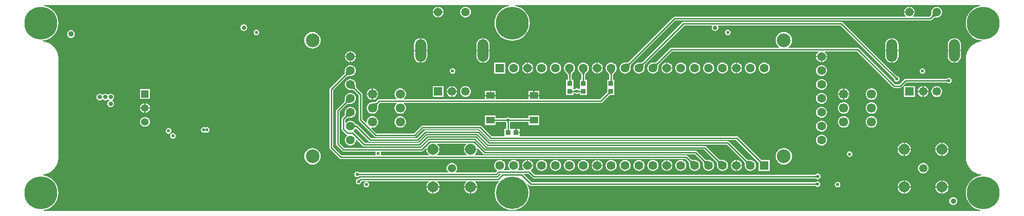
<source format=gbr>
%TF.GenerationSoftware,Altium Limited,Altium Designer,23.7.1 (13)*%
G04 Layer_Physical_Order=1*
G04 Layer_Color=255*
%FSLAX45Y45*%
%MOMM*%
%TF.SameCoordinates,F0F8C17F-0DA8-4E41-987A-5915CA82B15D*%
%TF.FilePolarity,Positive*%
%TF.FileFunction,Copper,L1,Top,Signal*%
%TF.Part,Single*%
G01*
G75*
%TA.AperFunction,SMDPad,CuDef*%
%ADD10R,0.91213X0.95814*%
%ADD11R,0.95872X0.91213*%
%TA.AperFunction,FiducialPad,Global*%
%ADD12C,1.00000*%
%TA.AperFunction,SMDPad,CuDef*%
%ADD13R,1.55000X1.30000*%
%TA.AperFunction,Conductor*%
%ADD14C,0.25400*%
%TA.AperFunction,ComponentPad*%
%ADD15R,1.60000X1.60000*%
%ADD16C,1.60000*%
%ADD17C,1.55000*%
%ADD18R,1.55000X1.55000*%
G04:AMPARAMS|DCode=19|XSize=2mm|YSize=4.1mm|CornerRadius=1mm|HoleSize=0mm|Usage=FLASHONLY|Rotation=0.000|XOffset=0mm|YOffset=0mm|HoleType=Round|Shape=RoundedRectangle|*
%AMROUNDEDRECTD19*
21,1,2.00000,2.10000,0,0,0.0*
21,1,0.00000,4.10000,0,0,0.0*
1,1,2.00000,0.00000,-1.05000*
1,1,2.00000,0.00000,-1.05000*
1,1,2.00000,0.00000,1.05000*
1,1,2.00000,0.00000,1.05000*
%
%ADD19ROUNDEDRECTD19*%
%ADD20C,1.69000*%
%ADD21C,2.50000*%
%ADD22C,1.35800*%
%ADD23R,1.35800X1.35800*%
%ADD24C,1.49860*%
%ADD25C,2.00660*%
%TA.AperFunction,WasherPad*%
%ADD26C,6.00000*%
%ADD27C,5.90000*%
%TA.AperFunction,ViaPad*%
%ADD28C,0.60000*%
%ADD29C,0.80000*%
G36*
X-53532Y3779609D02*
X-52029Y3766909D01*
X-99284Y3755563D01*
X-145863Y3736270D01*
X-188850Y3709928D01*
X-227186Y3677185D01*
X-259929Y3638848D01*
X-286272Y3595861D01*
X-305565Y3549282D01*
X-317335Y3500259D01*
X-321290Y3449998D01*
X-317335Y3399738D01*
X-305565Y3350714D01*
X-286272Y3304136D01*
X-259929Y3261149D01*
X-227186Y3222812D01*
X-188850Y3190069D01*
X-145863Y3163727D01*
X-99284Y3144433D01*
X-50261Y3132664D01*
X0Y3128708D01*
X50261Y3132664D01*
X99284Y3144433D01*
X145863Y3163727D01*
X188850Y3190069D01*
X227186Y3222812D01*
X259929Y3261149D01*
X286272Y3304136D01*
X305565Y3350714D01*
X317335Y3399738D01*
X321290Y3449998D01*
X317335Y3500259D01*
X305565Y3549282D01*
X286272Y3595861D01*
X259929Y3638848D01*
X227186Y3677185D01*
X188850Y3709928D01*
X145863Y3736270D01*
X99284Y3755563D01*
X52029Y3766909D01*
X53532Y3779609D01*
X8300000Y3779608D01*
X8546465D01*
X8547968Y3766908D01*
X8500716Y3755563D01*
X8454137Y3736270D01*
X8411151Y3709928D01*
X8372814Y3677185D01*
X8340071Y3638848D01*
X8313728Y3595861D01*
X8294435Y3549282D01*
X8282665Y3500259D01*
X8278710Y3449998D01*
X8282665Y3399738D01*
X8294435Y3350714D01*
X8313728Y3304136D01*
X8340071Y3261149D01*
X8372814Y3222812D01*
X8411151Y3190069D01*
X8454137Y3163727D01*
X8500716Y3144433D01*
X8549739Y3132664D01*
X8568592Y3131180D01*
X8568926Y3118414D01*
X8538811Y3114450D01*
X8537537Y3114017D01*
X8536195Y3113929D01*
X8498291Y3103773D01*
X8497085Y3103178D01*
X8495765Y3102916D01*
X8459510Y3087899D01*
X8458392Y3087151D01*
X8457118Y3086719D01*
X8423134Y3067098D01*
X8422123Y3066211D01*
X8420916Y3065616D01*
X8389783Y3041727D01*
X8388897Y3040716D01*
X8387778Y3039968D01*
X8360030Y3012221D01*
X8359282Y3011102D01*
X8358271Y3010215D01*
X8334382Y2979082D01*
X8333787Y2977876D01*
X8332901Y2976865D01*
X8313280Y2942880D01*
X8312847Y2941607D01*
X8312100Y2940488D01*
X8297083Y2904233D01*
X8296820Y2902913D01*
X8296225Y2901707D01*
X8286069Y2863803D01*
X8285981Y2862461D01*
X8285549Y2861187D01*
X8280426Y2822281D01*
X8280492Y2821271D01*
X8280263Y2820286D01*
X8279621Y2800665D01*
X8279676Y2800331D01*
X8279610Y2799998D01*
X8279610Y999999D01*
X8279676Y999666D01*
X8279620Y999331D01*
X8280263Y979710D01*
X8280492Y978725D01*
X8280426Y977716D01*
X8285549Y938810D01*
X8285981Y937536D01*
X8286069Y936194D01*
X8296225Y898289D01*
X8296820Y897083D01*
X8297083Y895764D01*
X8312100Y859509D01*
X8312847Y858390D01*
X8313280Y857116D01*
X8332901Y823132D01*
X8333787Y822121D01*
X8334382Y820915D01*
X8358271Y789782D01*
X8359282Y788895D01*
X8360030Y787776D01*
X8387778Y760028D01*
X8388897Y759281D01*
X8389783Y758270D01*
X8420916Y734381D01*
X8422123Y733786D01*
X8423134Y732899D01*
X8457118Y713278D01*
X8458392Y712846D01*
X8459510Y712098D01*
X8495765Y697081D01*
X8497085Y696819D01*
X8498291Y696224D01*
X8536195Y686067D01*
X8537537Y685980D01*
X8538811Y685547D01*
X8568925Y681582D01*
X8568591Y668817D01*
X8549739Y667333D01*
X8500716Y655564D01*
X8454137Y636270D01*
X8411151Y609928D01*
X8372814Y577185D01*
X8340071Y538848D01*
X8313728Y495861D01*
X8294435Y449283D01*
X8282665Y400259D01*
X8278710Y349999D01*
X8282665Y299738D01*
X8294435Y250715D01*
X8313728Y204136D01*
X8340071Y161149D01*
X8372814Y122812D01*
X8411151Y90069D01*
X8454137Y63727D01*
X8500716Y44433D01*
X8547971Y33088D01*
X8546468Y20388D01*
X8300000Y20391D01*
X-8300000Y20389D01*
X-8546465D01*
X-8547968Y33089D01*
X-8500716Y44433D01*
X-8454137Y63727D01*
X-8411151Y90069D01*
X-8372814Y122812D01*
X-8340071Y161149D01*
X-8313728Y204136D01*
X-8294435Y250715D01*
X-8282665Y299738D01*
X-8278710Y349999D01*
X-8282665Y400259D01*
X-8294435Y449283D01*
X-8313728Y495861D01*
X-8340071Y538848D01*
X-8372814Y577185D01*
X-8411151Y609928D01*
X-8454137Y636270D01*
X-8500716Y655564D01*
X-8549739Y667333D01*
X-8568591Y668817D01*
X-8568925Y681582D01*
X-8538812Y685547D01*
X-8537538Y685980D01*
X-8536196Y686067D01*
X-8498291Y696224D01*
X-8497085Y696819D01*
X-8495765Y697081D01*
X-8459511Y712098D01*
X-8458392Y712846D01*
X-8457118Y713278D01*
X-8423134Y732899D01*
X-8422123Y733786D01*
X-8420916Y734381D01*
X-8389784Y758270D01*
X-8388897Y759281D01*
X-8387778Y760028D01*
X-8360030Y787776D01*
X-8359283Y788895D01*
X-8358272Y789782D01*
X-8334383Y820915D01*
X-8333788Y822121D01*
X-8332901Y823132D01*
X-8313280Y857116D01*
X-8312847Y858390D01*
X-8312100Y859509D01*
X-8297083Y895764D01*
X-8296821Y897083D01*
X-8296226Y898289D01*
X-8286069Y936194D01*
X-8285981Y937536D01*
X-8285549Y938810D01*
X-8280427Y977716D01*
X-8280493Y978725D01*
X-8280263Y979710D01*
X-8279621Y999331D01*
X-8279676Y999666D01*
X-8279610Y999999D01*
X-8279610Y2799998D01*
X-8279676Y2800331D01*
X-8279620Y2800666D01*
X-8280263Y2820287D01*
X-8280493Y2821272D01*
X-8280427Y2822281D01*
X-8285549Y2861187D01*
X-8285981Y2862461D01*
X-8286069Y2863803D01*
X-8296226Y2901707D01*
X-8296821Y2902913D01*
X-8297083Y2904233D01*
X-8312100Y2940488D01*
X-8312847Y2941607D01*
X-8313280Y2942880D01*
X-8332901Y2976865D01*
X-8333788Y2977876D01*
X-8334383Y2979082D01*
X-8358272Y3010215D01*
X-8359283Y3011102D01*
X-8360030Y3012221D01*
X-8387778Y3039968D01*
X-8388897Y3040716D01*
X-8389784Y3041727D01*
X-8420916Y3065616D01*
X-8422123Y3066211D01*
X-8423134Y3067098D01*
X-8457118Y3086719D01*
X-8458392Y3087151D01*
X-8459511Y3087899D01*
X-8495765Y3102916D01*
X-8497085Y3103178D01*
X-8498291Y3103773D01*
X-8536196Y3113929D01*
X-8537538Y3114017D01*
X-8538812Y3114450D01*
X-8568926Y3118414D01*
X-8568592Y3131180D01*
X-8549739Y3132664D01*
X-8500716Y3144433D01*
X-8454137Y3163727D01*
X-8411151Y3190069D01*
X-8372814Y3222812D01*
X-8340071Y3261149D01*
X-8313728Y3304136D01*
X-8294435Y3350714D01*
X-8282665Y3399738D01*
X-8278710Y3449998D01*
X-8282665Y3500259D01*
X-8294435Y3549282D01*
X-8313728Y3595861D01*
X-8340071Y3638848D01*
X-8372814Y3677185D01*
X-8411151Y3709928D01*
X-8454137Y3736270D01*
X-8500716Y3755563D01*
X-8547969Y3766908D01*
X-8546466Y3779608D01*
X-8300000Y3779609D01*
X-53532Y3779609D01*
D02*
G37*
%LPC*%
G36*
X7260150Y3747306D02*
Y3660148D01*
X7347308D01*
X7345283Y3675529D01*
X7335428Y3699321D01*
X7319752Y3719750D01*
X7299322Y3735426D01*
X7275531Y3745281D01*
X7260150Y3747306D01*
D02*
G37*
G36*
X7239850D02*
X7224469Y3745281D01*
X7200679Y3735426D01*
X7180249Y3719750D01*
X7164572Y3699321D01*
X7154718Y3675529D01*
X7152693Y3660148D01*
X7239850D01*
Y3747306D01*
D02*
G37*
G36*
X-1339850D02*
Y3660148D01*
X-1252693D01*
X-1254718Y3675529D01*
X-1264572Y3699321D01*
X-1280248Y3719750D01*
X-1300678Y3735426D01*
X-1324469Y3745281D01*
X-1339850Y3747306D01*
D02*
G37*
G36*
X-1360150D02*
X-1375531Y3745281D01*
X-1399322Y3735426D01*
X-1419752Y3719750D01*
X-1435428Y3699321D01*
X-1445283Y3675529D01*
X-1447307Y3660148D01*
X-1360150D01*
Y3747306D01*
D02*
G37*
G36*
X7750000Y3748642D02*
X7724469Y3745281D01*
X7700679Y3735426D01*
X7680249Y3719750D01*
X7664572Y3699321D01*
X7654718Y3675529D01*
X7651357Y3649999D01*
X7651788Y3646720D01*
X7651732Y3638738D01*
X7650488Y3619974D01*
X7649427Y3612454D01*
X7648051Y3605677D01*
X7646443Y3599897D01*
X7644678Y3595144D01*
X7642849Y3591410D01*
X7641067Y3588651D01*
X7641053Y3588634D01*
X7616065Y3563646D01*
X7318980D01*
X7314669Y3576346D01*
X7319752Y3580247D01*
X7335428Y3600677D01*
X7345283Y3624468D01*
X7347308Y3639849D01*
X7152693D01*
X7154718Y3624468D01*
X7164572Y3600677D01*
X7180249Y3580247D01*
X7185332Y3576346D01*
X7181021Y3563646D01*
X2963002D01*
X2963000Y3563647D01*
X2950124Y3561085D01*
X2939209Y3553792D01*
X2939208Y3553791D01*
X2349209Y2963792D01*
X2349208Y2963792D01*
X2349208Y2963791D01*
X2125274Y2739857D01*
X2125145Y2739747D01*
X2122278Y2737909D01*
X2118378Y2736020D01*
X2113404Y2734198D01*
X2107357Y2732543D01*
X2100257Y2731127D01*
X2092378Y2730037D01*
X2072773Y2728768D01*
X2064443Y2728712D01*
X2061000Y2729165D01*
X2034817Y2725718D01*
X2010418Y2715612D01*
X1989466Y2699535D01*
X1973388Y2678583D01*
X1963282Y2654184D01*
X1959835Y2628000D01*
X1963282Y2601816D01*
X1973388Y2577418D01*
X1989466Y2556466D01*
X2010418Y2540388D01*
X2034817Y2530282D01*
X2061000Y2526835D01*
X2087184Y2530282D01*
X2111583Y2540388D01*
X2132535Y2556466D01*
X2148612Y2577418D01*
X2158718Y2601816D01*
X2162165Y2628000D01*
X2161712Y2631443D01*
X2161768Y2639773D01*
X2163037Y2659378D01*
X2164127Y2667257D01*
X2165543Y2674357D01*
X2167198Y2680402D01*
X2169021Y2685378D01*
X2170910Y2689279D01*
X2172747Y2692145D01*
X2172857Y2692274D01*
X2396790Y2916207D01*
X2396792Y2916208D01*
X2976937Y3496354D01*
X7630000D01*
X7630002Y3496353D01*
X7642878Y3498915D01*
X7653793Y3506208D01*
X7688635Y3541050D01*
X7688653Y3541066D01*
X7691411Y3542847D01*
X7695146Y3544677D01*
X7699901Y3546442D01*
X7705678Y3548050D01*
X7712460Y3549426D01*
X7719976Y3550487D01*
X7738740Y3551730D01*
X7746722Y3551786D01*
X7750000Y3551355D01*
X7775531Y3554716D01*
X7799322Y3564571D01*
X7819752Y3580247D01*
X7835428Y3600677D01*
X7845283Y3624468D01*
X7848644Y3649999D01*
X7845283Y3675529D01*
X7835428Y3699321D01*
X7819752Y3719750D01*
X7799322Y3735426D01*
X7775531Y3745281D01*
X7750000Y3748642D01*
D02*
G37*
G36*
X-1252693Y3639849D02*
X-1339850D01*
Y3552691D01*
X-1324469Y3554716D01*
X-1300678Y3564571D01*
X-1280248Y3580247D01*
X-1264572Y3600677D01*
X-1254718Y3624468D01*
X-1252693Y3639849D01*
D02*
G37*
G36*
X-1360150D02*
X-1447307D01*
X-1445283Y3624468D01*
X-1435428Y3600677D01*
X-1419752Y3580247D01*
X-1399322Y3564571D01*
X-1375531Y3554716D01*
X-1360150Y3552691D01*
Y3639849D01*
D02*
G37*
G36*
X-850000Y3748642D02*
X-875531Y3745281D01*
X-899322Y3735426D01*
X-919752Y3719750D01*
X-935428Y3699321D01*
X-945283Y3675529D01*
X-948644Y3649999D01*
X-945283Y3624468D01*
X-935428Y3600677D01*
X-919752Y3580247D01*
X-899322Y3564571D01*
X-875531Y3554716D01*
X-850000Y3551355D01*
X-824469Y3554716D01*
X-800678Y3564571D01*
X-780248Y3580247D01*
X-764572Y3600677D01*
X-754718Y3624468D01*
X-751356Y3649999D01*
X-754718Y3675529D01*
X-764572Y3699321D01*
X-780248Y3719750D01*
X-800678Y3735426D01*
X-824469Y3745281D01*
X-850000Y3748642D01*
D02*
G37*
G36*
X3736090Y3476687D02*
X3736089Y3476686D01*
X3130042D01*
X3130040Y3476687D01*
X3117164Y3474125D01*
X3106249Y3466832D01*
X2653210Y3013793D01*
X2653209Y3013792D01*
X2653208Y3013791D01*
X2379273Y2739857D01*
X2379145Y2739747D01*
X2376278Y2737909D01*
X2372378Y2736020D01*
X2367404Y2734198D01*
X2361357Y2732543D01*
X2354257Y2731127D01*
X2346378Y2730037D01*
X2326773Y2728768D01*
X2318443Y2728712D01*
X2315000Y2729165D01*
X2288817Y2725718D01*
X2264418Y2715612D01*
X2243466Y2699535D01*
X2227388Y2678583D01*
X2217282Y2654184D01*
X2213835Y2628000D01*
X2217282Y2601816D01*
X2227388Y2577418D01*
X2243466Y2556466D01*
X2264418Y2540388D01*
X2288817Y2530282D01*
X2315000Y2526835D01*
X2341184Y2530282D01*
X2365583Y2540388D01*
X2386535Y2556466D01*
X2402612Y2577418D01*
X2412718Y2601816D01*
X2416165Y2628000D01*
X2415712Y2631443D01*
X2415768Y2639773D01*
X2417037Y2659378D01*
X2418127Y2667257D01*
X2419543Y2674357D01*
X2421198Y2680402D01*
X2423021Y2685378D01*
X2424910Y2689279D01*
X2426747Y2692145D01*
X2426857Y2692273D01*
X2700791Y2966208D01*
X2700792Y2966209D01*
X3143977Y3409394D01*
X3646800D01*
X3652787Y3398193D01*
X3647999Y3391028D01*
X3643319Y3367500D01*
X3647999Y3343972D01*
X3661327Y3324026D01*
X3681273Y3310699D01*
X3704801Y3306019D01*
X3728328Y3310699D01*
X3748274Y3324026D01*
X3761602Y3343972D01*
X3766282Y3367500D01*
X3761602Y3391028D01*
X3757175Y3397653D01*
X3763162Y3408854D01*
X5993563D01*
X6965066Y2437350D01*
X6965645Y2436551D01*
X6966177Y2435685D01*
X6966525Y2434999D01*
X6966730Y2434486D01*
X6966836Y2434127D01*
X6966883Y2433874D01*
X6966899Y2433686D01*
X6966895Y2433418D01*
X6966215Y2430000D01*
X6970119Y2410374D01*
X6981236Y2393736D01*
X6997874Y2382619D01*
X7017500Y2378715D01*
X7037126Y2382619D01*
X7053764Y2393736D01*
X7064881Y2410374D01*
X7068785Y2430000D01*
X7064881Y2449626D01*
X7053764Y2466264D01*
X7037126Y2477381D01*
X7017722Y2481241D01*
X7017009Y2481573D01*
X7016074Y2482098D01*
X7014997Y2482806D01*
X7014105Y2483478D01*
X6031291Y3466292D01*
X6020376Y3473585D01*
X6007500Y3476147D01*
X6007499Y3476146D01*
X3738806D01*
X3736090Y3476687D01*
D02*
G37*
G36*
X-4895199Y3428981D02*
X-4918727Y3424301D01*
X-4938673Y3410974D01*
X-4952001Y3391028D01*
X-4956680Y3367500D01*
X-4952001Y3343972D01*
X-4938673Y3324026D01*
X-4918727Y3310699D01*
X-4895199Y3306019D01*
X-4871671Y3310699D01*
X-4851725Y3324026D01*
X-4838398Y3343972D01*
X-4833718Y3367500D01*
X-4838398Y3391028D01*
X-4851725Y3410974D01*
X-4871671Y3424301D01*
X-4895199Y3428981D01*
D02*
G37*
G36*
X3935000Y3330285D02*
X3915374Y3326381D01*
X3898735Y3315264D01*
X3887618Y3298626D01*
X3883714Y3279000D01*
X3887618Y3259374D01*
X3898735Y3242736D01*
X3915374Y3231619D01*
X3935000Y3227715D01*
X3954626Y3231619D01*
X3971264Y3242736D01*
X3982381Y3259374D01*
X3986285Y3279000D01*
X3982381Y3298626D01*
X3971264Y3315264D01*
X3954626Y3326381D01*
X3935000Y3330285D01*
D02*
G37*
G36*
X-4665000D02*
X-4684626Y3326381D01*
X-4701264Y3315264D01*
X-4712381Y3298626D01*
X-4716285Y3279000D01*
X-4712381Y3259374D01*
X-4701264Y3242736D01*
X-4684626Y3231619D01*
X-4665000Y3227715D01*
X-4645374Y3231619D01*
X-4628736Y3242736D01*
X-4617619Y3259374D01*
X-4613715Y3279000D01*
X-4617619Y3298626D01*
X-4628736Y3315264D01*
X-4645374Y3326381D01*
X-4665000Y3330285D01*
D02*
G37*
G36*
X-8050000Y3320905D02*
X-8068352Y3318489D01*
X-8085453Y3311405D01*
X-8100138Y3300137D01*
X-8111407Y3285452D01*
X-8118490Y3268351D01*
X-8120907Y3249999D01*
X-8118490Y3231647D01*
X-8111407Y3214545D01*
X-8100138Y3199860D01*
X-8085453Y3188592D01*
X-8068352Y3181508D01*
X-8050000Y3179092D01*
X-8031648Y3181508D01*
X-8014547Y3188592D01*
X-7999862Y3199860D01*
X-7988593Y3214545D01*
X-7981510Y3231647D01*
X-7979094Y3249999D01*
X-7981510Y3268351D01*
X-7988593Y3285452D01*
X-7999862Y3300137D01*
X-8014547Y3311405D01*
X-8031648Y3318489D01*
X-8050000Y3320905D01*
D02*
G37*
G36*
X4958000Y3286724D02*
X4928595Y3283828D01*
X4900320Y3275251D01*
X4874261Y3261322D01*
X4851421Y3242577D01*
X4832676Y3219737D01*
X4818748Y3193678D01*
X4810170Y3165403D01*
X4807274Y3135998D01*
X4810170Y3106593D01*
X4818748Y3078318D01*
X4832676Y3052260D01*
X4851421Y3029419D01*
X4873443Y3011346D01*
X4873446Y3010436D01*
X4864432Y2998646D01*
X2906001D01*
X2906000Y2998647D01*
X2893124Y2996085D01*
X2882208Y2988792D01*
X2882208Y2988791D01*
X2633273Y2739857D01*
X2633145Y2739747D01*
X2630278Y2737909D01*
X2626378Y2736020D01*
X2621404Y2734198D01*
X2615357Y2732543D01*
X2608257Y2731127D01*
X2600378Y2730037D01*
X2580773Y2728768D01*
X2572443Y2728712D01*
X2569000Y2729165D01*
X2542817Y2725718D01*
X2518418Y2715612D01*
X2497466Y2699535D01*
X2481388Y2678583D01*
X2471282Y2654184D01*
X2467835Y2628000D01*
X2471282Y2601816D01*
X2481388Y2577418D01*
X2497466Y2556466D01*
X2518418Y2540388D01*
X2542817Y2530282D01*
X2569000Y2526835D01*
X2595184Y2530282D01*
X2619583Y2540388D01*
X2640535Y2556466D01*
X2656612Y2577418D01*
X2666718Y2601816D01*
X2670165Y2628000D01*
X2669712Y2631443D01*
X2669768Y2639773D01*
X2671037Y2659378D01*
X2672127Y2667257D01*
X2673543Y2674357D01*
X2675198Y2680402D01*
X2677021Y2685378D01*
X2678910Y2689279D01*
X2680747Y2692145D01*
X2680857Y2692273D01*
X2919937Y2931354D01*
X5584040D01*
X5588351Y2918654D01*
X5576465Y2909533D01*
X5560388Y2888581D01*
X5550282Y2864182D01*
X5548171Y2848148D01*
X5648000D01*
X5747829D01*
X5745718Y2864182D01*
X5735612Y2888581D01*
X5719534Y2909533D01*
X5707648Y2918654D01*
X5711960Y2931354D01*
X6293563D01*
X6948708Y2276209D01*
X6948708Y2276208D01*
X6959624Y2268915D01*
X6972500Y2266353D01*
X6972501Y2266354D01*
X7079999D01*
X7080000Y2266353D01*
X7092876Y2268915D01*
X7103792Y2276208D01*
X7193937Y2366354D01*
X7931164D01*
X7932213Y2366195D01*
X7933337Y2365944D01*
X7934221Y2365675D01*
X7934896Y2365407D01*
X7935231Y2365239D01*
X7936236Y2363736D01*
X7952874Y2352619D01*
X7972500Y2348715D01*
X7992126Y2352619D01*
X8008764Y2363736D01*
X8019881Y2380374D01*
X8023785Y2400000D01*
X8019881Y2419626D01*
X8008764Y2436264D01*
X7992126Y2447381D01*
X7972500Y2451285D01*
X7952874Y2447381D01*
X7936236Y2436264D01*
X7935231Y2434761D01*
X7934897Y2434593D01*
X7934221Y2434325D01*
X7933337Y2434056D01*
X7932212Y2433805D01*
X7931165Y2433646D01*
X7180000D01*
X7167124Y2431085D01*
X7156208Y2423792D01*
X7156208Y2423791D01*
X7066063Y2333646D01*
X6986437D01*
X6331292Y2988792D01*
X6320376Y2996085D01*
X6307500Y2998647D01*
X6307499Y2998646D01*
X5051568D01*
X5042554Y3010436D01*
X5042557Y3011346D01*
X5064579Y3029419D01*
X5083324Y3052260D01*
X5097252Y3078318D01*
X5105830Y3106593D01*
X5108726Y3135998D01*
X5105830Y3165403D01*
X5097252Y3193678D01*
X5083324Y3219737D01*
X5064579Y3242577D01*
X5041739Y3261322D01*
X5015680Y3275251D01*
X4987405Y3283828D01*
X4958000Y3286724D01*
D02*
G37*
G36*
X-3642000D02*
X-3671405Y3283828D01*
X-3699680Y3275251D01*
X-3725739Y3261322D01*
X-3748579Y3242577D01*
X-3767324Y3219737D01*
X-3781253Y3193678D01*
X-3789830Y3165403D01*
X-3792726Y3135998D01*
X-3789830Y3106593D01*
X-3781253Y3078318D01*
X-3767324Y3052260D01*
X-3748579Y3029419D01*
X-3725739Y3010674D01*
X-3699680Y2996746D01*
X-3671405Y2988169D01*
X-3642000Y2985273D01*
X-3612595Y2988169D01*
X-3584320Y2996746D01*
X-3558261Y3010674D01*
X-3535421Y3029419D01*
X-3516676Y3052260D01*
X-3502748Y3078318D01*
X-3494171Y3106593D01*
X-3491274Y3135998D01*
X-3494171Y3165403D01*
X-3502748Y3193678D01*
X-3516676Y3219737D01*
X-3535421Y3242577D01*
X-3558261Y3261322D01*
X-3584320Y3275251D01*
X-3612595Y3283828D01*
X-3642000Y3286724D01*
D02*
G37*
G36*
X8080150Y3175000D02*
Y2960148D01*
X8191338D01*
Y3054998D01*
X8187204Y3086403D01*
X8175082Y3115667D01*
X8155799Y3140797D01*
X8130669Y3160080D01*
X8101405Y3172202D01*
X8080150Y3175000D01*
D02*
G37*
G36*
X8059850D02*
X8038596Y3172202D01*
X8009331Y3160080D01*
X7984201Y3140797D01*
X7964918Y3115667D01*
X7952797Y3086403D01*
X7948662Y3054998D01*
Y2960148D01*
X8059850D01*
Y3175000D01*
D02*
G37*
G36*
X6940150D02*
Y2960148D01*
X7051338D01*
Y3054998D01*
X7047204Y3086403D01*
X7035082Y3115667D01*
X7015799Y3140797D01*
X6990669Y3160080D01*
X6961405Y3172202D01*
X6940150Y3175000D01*
D02*
G37*
G36*
X6919851D02*
X6898596Y3172202D01*
X6869331Y3160080D01*
X6844201Y3140797D01*
X6824919Y3115667D01*
X6812797Y3086403D01*
X6808662Y3054998D01*
Y2960148D01*
X6919851D01*
Y3175000D01*
D02*
G37*
G36*
X-519850D02*
Y2960148D01*
X-408662D01*
Y3054998D01*
X-412797Y3086403D01*
X-424918Y3115667D01*
X-444201Y3140797D01*
X-469331Y3160080D01*
X-498596Y3172202D01*
X-519850Y3175000D01*
D02*
G37*
G36*
X-540150D02*
X-561405Y3172202D01*
X-590669Y3160080D01*
X-615799Y3140797D01*
X-635082Y3115667D01*
X-647204Y3086403D01*
X-651338Y3054998D01*
Y2960148D01*
X-540150D01*
Y3175000D01*
D02*
G37*
G36*
X-1659850D02*
Y2960148D01*
X-1548662D01*
Y3054998D01*
X-1552796Y3086403D01*
X-1564918Y3115667D01*
X-1584201Y3140797D01*
X-1609331Y3160080D01*
X-1638595Y3172202D01*
X-1659850Y3175000D01*
D02*
G37*
G36*
X-1680150D02*
X-1701405Y3172202D01*
X-1730669Y3160080D01*
X-1755799Y3140797D01*
X-1775082Y3115667D01*
X-1787203Y3086403D01*
X-1791338Y3054998D01*
Y2960148D01*
X-1680150D01*
Y3175000D01*
D02*
G37*
G36*
X-2941850Y2937827D02*
Y2848148D01*
X-2852171D01*
X-2854282Y2864182D01*
X-2864388Y2888581D01*
X-2880466Y2909533D01*
X-2901418Y2925610D01*
X-2925817Y2935717D01*
X-2941850Y2937827D01*
D02*
G37*
G36*
X-2962150D02*
X-2978184Y2935717D01*
X-3002583Y2925610D01*
X-3023535Y2909533D01*
X-3039612Y2888581D01*
X-3049718Y2864182D01*
X-3051829Y2848148D01*
X-2962150D01*
Y2937827D01*
D02*
G37*
G36*
X5747829Y2827849D02*
X5658150D01*
Y2738170D01*
X5674183Y2740280D01*
X5698582Y2750387D01*
X5719534Y2766464D01*
X5735612Y2787416D01*
X5745718Y2811815D01*
X5747829Y2827849D01*
D02*
G37*
G36*
X-2852171D02*
X-2941850D01*
Y2738170D01*
X-2925817Y2740280D01*
X-2901418Y2750387D01*
X-2880466Y2766464D01*
X-2864388Y2787416D01*
X-2854282Y2811815D01*
X-2852171Y2827849D01*
D02*
G37*
G36*
X-2962150D02*
X-3051829D01*
X-3049718Y2811815D01*
X-3039612Y2787416D01*
X-3023535Y2766464D01*
X-3002583Y2750387D01*
X-2978184Y2740280D01*
X-2962150Y2738170D01*
Y2827849D01*
D02*
G37*
G36*
X5637850D02*
X5548171D01*
X5550282Y2811815D01*
X5560388Y2787416D01*
X5576465Y2766464D01*
X5597417Y2750387D01*
X5621816Y2740280D01*
X5637850Y2738170D01*
Y2827849D01*
D02*
G37*
G36*
X8191338Y2939849D02*
X8080150D01*
Y2724997D01*
X8101405Y2727795D01*
X8130669Y2739917D01*
X8155799Y2759200D01*
X8175082Y2784330D01*
X8187204Y2813594D01*
X8191338Y2844999D01*
Y2939849D01*
D02*
G37*
G36*
X8059850D02*
X7948662D01*
Y2844999D01*
X7952797Y2813594D01*
X7964918Y2784330D01*
X7984201Y2759200D01*
X8009331Y2739917D01*
X8038596Y2727795D01*
X8059850Y2724997D01*
Y2939849D01*
D02*
G37*
G36*
X7051338D02*
X6940150D01*
Y2724997D01*
X6961405Y2727795D01*
X6990669Y2739917D01*
X7015799Y2759200D01*
X7035082Y2784330D01*
X7047204Y2813594D01*
X7051338Y2844999D01*
Y2939849D01*
D02*
G37*
G36*
X6919851D02*
X6808662D01*
Y2844999D01*
X6812797Y2813594D01*
X6824919Y2784330D01*
X6844201Y2759200D01*
X6869331Y2739917D01*
X6898596Y2727795D01*
X6919851Y2724997D01*
Y2939849D01*
D02*
G37*
G36*
X-408662D02*
X-519850D01*
Y2724997D01*
X-498596Y2727795D01*
X-469331Y2739917D01*
X-444201Y2759200D01*
X-424918Y2784330D01*
X-412797Y2813594D01*
X-408662Y2844999D01*
Y2939849D01*
D02*
G37*
G36*
X-540150D02*
X-651338D01*
Y2844999D01*
X-647204Y2813594D01*
X-635082Y2784330D01*
X-615799Y2759200D01*
X-590669Y2739917D01*
X-561405Y2727795D01*
X-540150Y2724997D01*
Y2939849D01*
D02*
G37*
G36*
X-1548662D02*
X-1659850D01*
Y2724997D01*
X-1638595Y2727795D01*
X-1609331Y2739917D01*
X-1584201Y2759200D01*
X-1564918Y2784330D01*
X-1552796Y2813594D01*
X-1548662Y2844999D01*
Y2939849D01*
D02*
G37*
G36*
X-1680150D02*
X-1791338D01*
Y2844999D01*
X-1787203Y2813594D01*
X-1775082Y2784330D01*
X-1755799Y2759200D01*
X-1730669Y2739917D01*
X-1701405Y2727795D01*
X-1680150Y2724997D01*
Y2939849D01*
D02*
G37*
G36*
X4103150Y2727829D02*
Y2638150D01*
X4192829D01*
X4190718Y2654184D01*
X4180612Y2678583D01*
X4164535Y2699535D01*
X4143583Y2715612D01*
X4119184Y2725718D01*
X4103150Y2727829D01*
D02*
G37*
G36*
X4082850D02*
X4066817Y2725718D01*
X4042418Y2715612D01*
X4021466Y2699535D01*
X4005388Y2678583D01*
X3995282Y2654184D01*
X3993171Y2638150D01*
X4082850D01*
Y2727829D01*
D02*
G37*
G36*
X2833150D02*
Y2638150D01*
X2922829D01*
X2920718Y2654184D01*
X2910612Y2678583D01*
X2894535Y2699535D01*
X2873583Y2715612D01*
X2849184Y2725718D01*
X2833150Y2727829D01*
D02*
G37*
G36*
X2812850D02*
X2796817Y2725718D01*
X2772418Y2715612D01*
X2751466Y2699535D01*
X2735388Y2678583D01*
X2725282Y2654184D01*
X2723171Y2638150D01*
X2812850D01*
Y2727829D01*
D02*
G37*
G36*
X1563150D02*
Y2638150D01*
X1652829D01*
X1650718Y2654184D01*
X1640612Y2678583D01*
X1624535Y2699535D01*
X1603583Y2715612D01*
X1579184Y2725718D01*
X1563150Y2727829D01*
D02*
G37*
G36*
X1542850D02*
X1526817Y2725718D01*
X1502418Y2715612D01*
X1481466Y2699535D01*
X1465388Y2678583D01*
X1455282Y2654184D01*
X1453171Y2638150D01*
X1542850D01*
Y2727829D01*
D02*
G37*
G36*
X293150D02*
Y2638150D01*
X382829D01*
X380718Y2654184D01*
X370612Y2678583D01*
X354535Y2699535D01*
X333583Y2715612D01*
X309184Y2725718D01*
X293150Y2727829D01*
D02*
G37*
G36*
X272850D02*
X256817Y2725718D01*
X232418Y2715612D01*
X211466Y2699535D01*
X195388Y2678583D01*
X185282Y2654184D01*
X183171Y2638150D01*
X272850D01*
Y2727829D01*
D02*
G37*
G36*
X4192829Y2617850D02*
X4103150D01*
Y2528171D01*
X4119184Y2530282D01*
X4143583Y2540388D01*
X4164535Y2556466D01*
X4180612Y2577418D01*
X4190718Y2601816D01*
X4192829Y2617850D01*
D02*
G37*
G36*
X4082850D02*
X3993171D01*
X3995282Y2601816D01*
X4005388Y2577418D01*
X4021466Y2556466D01*
X4042418Y2540388D01*
X4066817Y2530282D01*
X4082850Y2528171D01*
Y2617850D01*
D02*
G37*
G36*
X2922829D02*
X2833150D01*
Y2528171D01*
X2849184Y2530282D01*
X2873583Y2540388D01*
X2894535Y2556466D01*
X2910612Y2577418D01*
X2920718Y2601816D01*
X2922829Y2617850D01*
D02*
G37*
G36*
X2812850D02*
X2723171D01*
X2725282Y2601816D01*
X2735388Y2577418D01*
X2751466Y2556466D01*
X2772418Y2540388D01*
X2796817Y2530282D01*
X2812850Y2528171D01*
Y2617850D01*
D02*
G37*
G36*
X1652829D02*
X1563150D01*
Y2528171D01*
X1579184Y2530282D01*
X1603583Y2540388D01*
X1624535Y2556466D01*
X1640612Y2577418D01*
X1650718Y2601816D01*
X1652829Y2617850D01*
D02*
G37*
G36*
X1542850D02*
X1453171D01*
X1455282Y2601816D01*
X1465388Y2577418D01*
X1481466Y2556466D01*
X1502418Y2540388D01*
X1526817Y2530282D01*
X1542850Y2528171D01*
Y2617850D01*
D02*
G37*
G36*
X382829D02*
X293150D01*
Y2528171D01*
X309184Y2530282D01*
X333583Y2540388D01*
X354535Y2556466D01*
X370612Y2577418D01*
X380718Y2601816D01*
X382829Y2617850D01*
D02*
G37*
G36*
X272850D02*
X183171D01*
X185282Y2601816D01*
X195388Y2577418D01*
X211466Y2556466D01*
X232418Y2540388D01*
X256817Y2530282D01*
X272850Y2528171D01*
Y2617850D01*
D02*
G37*
G36*
X-124700Y2728300D02*
X-325300D01*
Y2527700D01*
X-124700D01*
Y2728300D01*
D02*
G37*
G36*
X4601000Y2729165D02*
X4574817Y2725718D01*
X4550418Y2715612D01*
X4529466Y2699535D01*
X4513388Y2678583D01*
X4503282Y2654184D01*
X4499835Y2628000D01*
X4503282Y2601816D01*
X4513388Y2577418D01*
X4529466Y2556466D01*
X4550418Y2540388D01*
X4574817Y2530282D01*
X4601000Y2526835D01*
X4627184Y2530282D01*
X4651583Y2540388D01*
X4672535Y2556466D01*
X4688612Y2577418D01*
X4698718Y2601816D01*
X4702165Y2628000D01*
X4698718Y2654184D01*
X4688612Y2678583D01*
X4672535Y2699535D01*
X4651583Y2715612D01*
X4627184Y2725718D01*
X4601000Y2729165D01*
D02*
G37*
G36*
X4347000D02*
X4320817Y2725718D01*
X4296418Y2715612D01*
X4275466Y2699535D01*
X4259388Y2678583D01*
X4249282Y2654184D01*
X4245835Y2628000D01*
X4249282Y2601816D01*
X4259388Y2577418D01*
X4275466Y2556466D01*
X4296418Y2540388D01*
X4320817Y2530282D01*
X4347000Y2526835D01*
X4373184Y2530282D01*
X4397583Y2540388D01*
X4418535Y2556466D01*
X4434612Y2577418D01*
X4444718Y2601816D01*
X4448165Y2628000D01*
X4444718Y2654184D01*
X4434612Y2678583D01*
X4418535Y2699535D01*
X4397583Y2715612D01*
X4373184Y2725718D01*
X4347000Y2729165D01*
D02*
G37*
G36*
X3839000D02*
X3812817Y2725718D01*
X3788418Y2715612D01*
X3767466Y2699535D01*
X3751388Y2678583D01*
X3741282Y2654184D01*
X3737835Y2628000D01*
X3741282Y2601816D01*
X3751388Y2577418D01*
X3767466Y2556466D01*
X3788418Y2540388D01*
X3812817Y2530282D01*
X3839000Y2526835D01*
X3865184Y2530282D01*
X3889583Y2540388D01*
X3910535Y2556466D01*
X3926612Y2577418D01*
X3936718Y2601816D01*
X3940165Y2628000D01*
X3936718Y2654184D01*
X3926612Y2678583D01*
X3910535Y2699535D01*
X3889583Y2715612D01*
X3865184Y2725718D01*
X3839000Y2729165D01*
D02*
G37*
G36*
X3585000D02*
X3558817Y2725718D01*
X3534418Y2715612D01*
X3513466Y2699535D01*
X3497388Y2678583D01*
X3487282Y2654184D01*
X3483835Y2628000D01*
X3487282Y2601816D01*
X3497388Y2577418D01*
X3513466Y2556466D01*
X3534418Y2540388D01*
X3558817Y2530282D01*
X3585000Y2526835D01*
X3611184Y2530282D01*
X3635583Y2540388D01*
X3656535Y2556466D01*
X3672612Y2577418D01*
X3682718Y2601816D01*
X3686165Y2628000D01*
X3682718Y2654184D01*
X3672612Y2678583D01*
X3656535Y2699535D01*
X3635583Y2715612D01*
X3611184Y2725718D01*
X3585000Y2729165D01*
D02*
G37*
G36*
X3331000D02*
X3304817Y2725718D01*
X3280418Y2715612D01*
X3259466Y2699535D01*
X3243388Y2678583D01*
X3233282Y2654184D01*
X3229835Y2628000D01*
X3233282Y2601816D01*
X3243388Y2577418D01*
X3259466Y2556466D01*
X3280418Y2540388D01*
X3304817Y2530282D01*
X3331000Y2526835D01*
X3357184Y2530282D01*
X3381583Y2540388D01*
X3402535Y2556466D01*
X3418612Y2577418D01*
X3428718Y2601816D01*
X3432165Y2628000D01*
X3428718Y2654184D01*
X3418612Y2678583D01*
X3402535Y2699535D01*
X3381583Y2715612D01*
X3357184Y2725718D01*
X3331000Y2729165D01*
D02*
G37*
G36*
X3077000D02*
X3050817Y2725718D01*
X3026418Y2715612D01*
X3005466Y2699535D01*
X2989388Y2678583D01*
X2979282Y2654184D01*
X2975835Y2628000D01*
X2979282Y2601816D01*
X2989388Y2577418D01*
X3005466Y2556466D01*
X3026418Y2540388D01*
X3050817Y2530282D01*
X3077000Y2526835D01*
X3103184Y2530282D01*
X3127583Y2540388D01*
X3148535Y2556466D01*
X3164612Y2577418D01*
X3174718Y2601816D01*
X3178165Y2628000D01*
X3174718Y2654184D01*
X3164612Y2678583D01*
X3148535Y2699535D01*
X3127583Y2715612D01*
X3103184Y2725718D01*
X3077000Y2729165D01*
D02*
G37*
G36*
X791000D02*
X764817Y2725718D01*
X740418Y2715612D01*
X719466Y2699535D01*
X703388Y2678583D01*
X693282Y2654184D01*
X689835Y2628000D01*
X693282Y2601816D01*
X703388Y2577418D01*
X719466Y2556466D01*
X740418Y2540388D01*
X764817Y2530282D01*
X791000Y2526835D01*
X817184Y2530282D01*
X841583Y2540388D01*
X862535Y2556466D01*
X878612Y2577418D01*
X888718Y2601816D01*
X892165Y2628000D01*
X888718Y2654184D01*
X878612Y2678583D01*
X862535Y2699535D01*
X841583Y2715612D01*
X817184Y2725718D01*
X791000Y2729165D01*
D02*
G37*
G36*
X537000D02*
X510817Y2725718D01*
X486418Y2715612D01*
X465466Y2699535D01*
X449388Y2678583D01*
X439282Y2654184D01*
X435835Y2628000D01*
X439282Y2601816D01*
X449388Y2577418D01*
X465466Y2556466D01*
X486418Y2540388D01*
X510817Y2530282D01*
X537000Y2526835D01*
X563184Y2530282D01*
X587583Y2540388D01*
X608535Y2556466D01*
X624612Y2577418D01*
X634718Y2601816D01*
X638165Y2628000D01*
X634718Y2654184D01*
X624612Y2678583D01*
X608535Y2699535D01*
X587583Y2715612D01*
X563184Y2725718D01*
X537000Y2729165D01*
D02*
G37*
G36*
X29000D02*
X2817Y2725718D01*
X-21582Y2715612D01*
X-42534Y2699535D01*
X-58612Y2678583D01*
X-68718Y2654184D01*
X-72165Y2628000D01*
X-68718Y2601816D01*
X-58612Y2577418D01*
X-42534Y2556466D01*
X-21582Y2540388D01*
X2817Y2530282D01*
X29000Y2526835D01*
X55184Y2530282D01*
X79583Y2540388D01*
X100535Y2556466D01*
X116612Y2577418D01*
X126718Y2601816D01*
X130165Y2628000D01*
X126718Y2654184D01*
X116612Y2678583D01*
X100535Y2699535D01*
X79583Y2715612D01*
X55184Y2725718D01*
X29000Y2729165D01*
D02*
G37*
G36*
X7487500Y2626285D02*
X7467874Y2622381D01*
X7451236Y2611264D01*
X7440118Y2594626D01*
X7436214Y2575000D01*
X7440118Y2555374D01*
X7451236Y2538736D01*
X7467874Y2527619D01*
X7487500Y2523715D01*
X7507126Y2527619D01*
X7523764Y2538736D01*
X7534881Y2555374D01*
X7538785Y2575000D01*
X7534881Y2594626D01*
X7523764Y2611264D01*
X7507126Y2622381D01*
X7487500Y2626285D01*
D02*
G37*
G36*
X-1087500D02*
X-1107126Y2622381D01*
X-1123764Y2611264D01*
X-1134881Y2594626D01*
X-1138785Y2575000D01*
X-1134881Y2555374D01*
X-1123764Y2538736D01*
X-1107126Y2527619D01*
X-1087500Y2523715D01*
X-1067874Y2527619D01*
X-1051236Y2538736D01*
X-1040119Y2555374D01*
X-1036215Y2575000D01*
X-1040119Y2594626D01*
X-1051236Y2611264D01*
X-1067874Y2622381D01*
X-1087500Y2626285D01*
D02*
G37*
G36*
X5648000Y2685164D02*
X5621816Y2681717D01*
X5597417Y2671610D01*
X5576465Y2655533D01*
X5560388Y2634581D01*
X5550282Y2610182D01*
X5546835Y2583998D01*
X5550282Y2557815D01*
X5560388Y2533416D01*
X5576465Y2512464D01*
X5597417Y2496387D01*
X5621816Y2486280D01*
X5648000Y2482833D01*
X5674183Y2486280D01*
X5698582Y2496387D01*
X5719534Y2512464D01*
X5735612Y2533416D01*
X5745718Y2557815D01*
X5749165Y2583998D01*
X5745718Y2610182D01*
X5735612Y2634581D01*
X5719534Y2655533D01*
X5698582Y2671610D01*
X5674183Y2681717D01*
X5648000Y2685164D01*
D02*
G37*
G36*
X-2952000D02*
X-2978184Y2681717D01*
X-3002583Y2671610D01*
X-3023535Y2655533D01*
X-3039612Y2634581D01*
X-3049718Y2610182D01*
X-3053165Y2583998D01*
X-3052712Y2580555D01*
X-3052768Y2572226D01*
X-3054037Y2552621D01*
X-3055127Y2544741D01*
X-3056543Y2537642D01*
X-3058198Y2531597D01*
X-3060021Y2526620D01*
X-3061910Y2522720D01*
X-3063747Y2519853D01*
X-3063856Y2519725D01*
X-3323792Y2259790D01*
X-3331085Y2248875D01*
X-3333647Y2235999D01*
X-3333646Y2235997D01*
Y1175001D01*
X-3333647Y1175000D01*
X-3331085Y1162124D01*
X-3323792Y1151209D01*
X-3148792Y976209D01*
X-3148792Y976208D01*
X-3137876Y968915D01*
X-3125000Y966353D01*
X-3124999Y966354D01*
X3167063D01*
X3219143Y914274D01*
X3219253Y914145D01*
X3221091Y911278D01*
X3222980Y907378D01*
X3224802Y902404D01*
X3226457Y896357D01*
X3227873Y889257D01*
X3228963Y881377D01*
X3230233Y861773D01*
X3230288Y853443D01*
X3229835Y850000D01*
X3233282Y823816D01*
X3243388Y799418D01*
X3259466Y778466D01*
X3280418Y762388D01*
X3304817Y752282D01*
X3331000Y748835D01*
X3357184Y752282D01*
X3381583Y762388D01*
X3402535Y778466D01*
X3418612Y799418D01*
X3428718Y823816D01*
X3432165Y850000D01*
X3428718Y876184D01*
X3418612Y900583D01*
X3402535Y921535D01*
X3381583Y937612D01*
X3357184Y947718D01*
X3331000Y951165D01*
X3327557Y950712D01*
X3319228Y950768D01*
X3299623Y952037D01*
X3291743Y953127D01*
X3284644Y954543D01*
X3278598Y956198D01*
X3273622Y958020D01*
X3269722Y959910D01*
X3266855Y961747D01*
X3266727Y961857D01*
X3204792Y1023792D01*
X3193876Y1031085D01*
X3181000Y1033647D01*
X3180999Y1033646D01*
X-680846D01*
X-685158Y1046346D01*
X-669796Y1058134D01*
X-650460Y1083333D01*
X-638305Y1112678D01*
X-635496Y1134019D01*
X-876165D01*
X-873355Y1112678D01*
X-861200Y1083333D01*
X-841864Y1058134D01*
X-826503Y1046346D01*
X-830814Y1033646D01*
X-1369186D01*
X-1373498Y1046346D01*
X-1358136Y1058134D01*
X-1338800Y1083333D01*
X-1326645Y1112678D01*
X-1323836Y1134019D01*
X-1564505D01*
X-1561695Y1112678D01*
X-1549540Y1083333D01*
X-1530204Y1058134D01*
X-1514843Y1046346D01*
X-1519154Y1033646D01*
X-2391154D01*
X-2397141Y1044847D01*
X-2395119Y1047874D01*
X-2391215Y1067500D01*
X-2395119Y1087126D01*
X-2399480Y1093654D01*
X-2392692Y1106354D01*
X-1645001D01*
X-1645000Y1106353D01*
X-1632124Y1108915D01*
X-1621208Y1116208D01*
X-1576437Y1160979D01*
X-1564409Y1155047D01*
X-1564505Y1154318D01*
X-1323836D01*
X-1326645Y1175659D01*
X-1338800Y1205004D01*
X-1358136Y1230203D01*
X-1366769Y1236828D01*
X-1362687Y1248854D01*
X-837313D01*
X-833231Y1236828D01*
X-841864Y1230203D01*
X-861200Y1205004D01*
X-873355Y1175659D01*
X-876165Y1154318D01*
X-635496D01*
X-635971Y1157927D01*
X-623942Y1163858D01*
X-523792Y1063709D01*
X-523792Y1063708D01*
X-512876Y1056415D01*
X-500000Y1053853D01*
X-499999Y1053854D01*
X3333563D01*
X3473143Y914274D01*
X3473253Y914145D01*
X3475091Y911278D01*
X3476980Y907378D01*
X3478802Y902404D01*
X3480457Y896357D01*
X3481873Y889257D01*
X3482963Y881377D01*
X3484233Y861773D01*
X3484288Y853443D01*
X3483835Y850000D01*
X3487282Y823816D01*
X3497388Y799418D01*
X3513466Y778466D01*
X3534418Y762388D01*
X3558817Y752282D01*
X3585000Y748835D01*
X3611184Y752282D01*
X3635583Y762388D01*
X3656535Y778466D01*
X3672612Y799418D01*
X3682718Y823816D01*
X3686165Y850000D01*
X3682718Y876184D01*
X3672612Y900583D01*
X3656535Y921535D01*
X3635583Y937612D01*
X3611184Y947718D01*
X3585000Y951165D01*
X3581557Y950712D01*
X3573228Y950768D01*
X3553623Y952037D01*
X3545743Y953127D01*
X3538644Y954543D01*
X3532598Y956198D01*
X3527622Y958020D01*
X3523722Y959910D01*
X3520855Y961747D01*
X3520726Y961857D01*
X3371292Y1111292D01*
X3360376Y1118585D01*
X3347500Y1121147D01*
X3347499Y1121146D01*
X-486063D01*
X-671208Y1306292D01*
X-682124Y1313585D01*
X-695000Y1316147D01*
X-695001Y1316146D01*
X-1502499D01*
X-1502500Y1316147D01*
X-1515376Y1313585D01*
X-1526292Y1306292D01*
X-1526292Y1306291D01*
X-1658937Y1173646D01*
X-3063563D01*
X-3148854Y1258937D01*
Y1831561D01*
X-3016274Y1964141D01*
X-3016145Y1964252D01*
X-3013278Y1966089D01*
X-3009378Y1967978D01*
X-3004404Y1969800D01*
X-2998357Y1971456D01*
X-2991257Y1972871D01*
X-2983378Y1973961D01*
X-2963773Y1975231D01*
X-2955443Y1975287D01*
X-2952000Y1974833D01*
X-2925817Y1978280D01*
X-2901418Y1988387D01*
X-2880466Y2004464D01*
X-2864388Y2025416D01*
X-2854282Y2049815D01*
X-2850835Y2075998D01*
X-2854282Y2102182D01*
X-2864388Y2126581D01*
X-2880466Y2147533D01*
X-2901418Y2163610D01*
X-2925817Y2173717D01*
X-2952000Y2177164D01*
X-2978184Y2173717D01*
X-3002583Y2163610D01*
X-3023535Y2147533D01*
X-3039612Y2126581D01*
X-3049718Y2102182D01*
X-3053165Y2075998D01*
X-3052712Y2072555D01*
X-3052768Y2064226D01*
X-3054037Y2044621D01*
X-3055127Y2036741D01*
X-3056543Y2029642D01*
X-3058198Y2023597D01*
X-3060021Y2018620D01*
X-3061910Y2014720D01*
X-3063747Y2011853D01*
X-3063857Y2011724D01*
X-3206292Y1869290D01*
X-3213585Y1858374D01*
X-3216147Y1845498D01*
X-3216146Y1845497D01*
Y1245002D01*
X-3216147Y1245000D01*
X-3213585Y1232124D01*
X-3206292Y1221209D01*
X-3101292Y1116209D01*
X-3101291Y1116208D01*
X-3090376Y1108914D01*
X-3077500Y1106353D01*
X-3077499Y1106354D01*
X-2492308D01*
X-2485520Y1093654D01*
X-2489881Y1087126D01*
X-2493785Y1067500D01*
X-2489881Y1047874D01*
X-2487859Y1044847D01*
X-2493846Y1033646D01*
X-3111063D01*
X-3266354Y1188937D01*
Y2222062D01*
X-3016273Y2472142D01*
X-3016145Y2472252D01*
X-3013278Y2474089D01*
X-3009378Y2475978D01*
X-3004404Y2477800D01*
X-2998357Y2479456D01*
X-2991257Y2480871D01*
X-2983378Y2481961D01*
X-2963773Y2483231D01*
X-2955443Y2483287D01*
X-2952000Y2482833D01*
X-2925817Y2486280D01*
X-2901418Y2496387D01*
X-2880466Y2512464D01*
X-2864388Y2533416D01*
X-2854282Y2557815D01*
X-2850835Y2583998D01*
X-2854282Y2610182D01*
X-2864388Y2634581D01*
X-2880466Y2655533D01*
X-2901418Y2671610D01*
X-2925817Y2681717D01*
X-2952000Y2685164D01*
D02*
G37*
G36*
X1299000Y2729165D02*
X1272817Y2725718D01*
X1248418Y2715612D01*
X1227466Y2699535D01*
X1211388Y2678583D01*
X1201282Y2654184D01*
X1197835Y2628000D01*
X1201282Y2601816D01*
X1211388Y2577418D01*
X1227466Y2556466D01*
X1230493Y2554143D01*
X1237006Y2547699D01*
X1250024Y2533188D01*
X1254832Y2526949D01*
X1258854Y2521018D01*
X1261961Y2515637D01*
X1264188Y2510885D01*
X1265608Y2506823D01*
X1266338Y2503501D01*
X1266354Y2503302D01*
Y2413406D01*
X1234094D01*
Y2285708D01*
X1234093Y2276993D01*
X1234094Y2264292D01*
Y2246039D01*
X1231161Y2244040D01*
X1217552Y2244004D01*
X1200914Y2255121D01*
X1181288Y2259025D01*
X1161662Y2255121D01*
X1145024Y2244004D01*
X1142672Y2240484D01*
X1142493Y2240349D01*
X1141697Y2239462D01*
X1141641Y2239411D01*
X1141541Y2239339D01*
X1141325Y2239214D01*
X1140930Y2239037D01*
X1140299Y2238822D01*
X1139400Y2238599D01*
X1138485Y2238447D01*
X1124887D01*
X1115906Y2247427D01*
X1115907Y2273007D01*
X1115906Y2285708D01*
Y2413406D01*
X1083646D01*
Y2504417D01*
X1083647Y2504423D01*
X1084363Y2507756D01*
X1085784Y2511999D01*
X1088012Y2517059D01*
X1091098Y2522846D01*
X1094830Y2528901D01*
X1112586Y2552326D01*
X1115531Y2555695D01*
X1116535Y2556466D01*
X1118907Y2559557D01*
X1120044Y2560858D01*
X1120460Y2561581D01*
X1132612Y2577418D01*
X1142718Y2601816D01*
X1146165Y2628000D01*
X1142718Y2654184D01*
X1132612Y2678583D01*
X1116535Y2699535D01*
X1095583Y2715612D01*
X1071184Y2725718D01*
X1045000Y2729165D01*
X1018817Y2725718D01*
X994418Y2715612D01*
X973466Y2699535D01*
X957388Y2678583D01*
X947282Y2654184D01*
X943835Y2628000D01*
X947282Y2601816D01*
X957388Y2577418D01*
X973466Y2556466D01*
X978211Y2552824D01*
X978540Y2552366D01*
X994068Y2537839D01*
X999864Y2531592D01*
X1004849Y2525566D01*
X1008878Y2519975D01*
X1011973Y2514879D01*
X1014186Y2510338D01*
X1015596Y2506415D01*
X1016330Y2503119D01*
X1016354Y2502815D01*
Y2413406D01*
X984094D01*
Y2285708D01*
X984093Y2276993D01*
X984094Y2264292D01*
Y2136594D01*
X1115906D01*
Y2171154D01*
X1141926D01*
X1143062Y2171004D01*
X1144406Y2170741D01*
X1145544Y2170439D01*
X1146473Y2170122D01*
X1147230Y2169797D01*
X1147831Y2169480D01*
X1148316Y2169171D01*
X1149437Y2168312D01*
X1150659Y2167710D01*
X1161662Y2160358D01*
X1181288Y2156454D01*
X1200914Y2160358D01*
X1211918Y2167710D01*
X1213140Y2168312D01*
X1214260Y2169171D01*
X1214746Y2169481D01*
X1215348Y2169798D01*
X1216103Y2170121D01*
X1217035Y2170440D01*
X1218170Y2170741D01*
X1219224Y2170947D01*
X1221227Y2171154D01*
X1234094D01*
Y2136594D01*
X1365906D01*
Y2264292D01*
X1365907Y2273007D01*
X1365906Y2285708D01*
Y2413406D01*
X1333646D01*
Y2503623D01*
X1333657Y2503761D01*
X1334384Y2507093D01*
X1335806Y2511215D01*
X1338035Y2516073D01*
X1341140Y2521589D01*
X1345152Y2527695D01*
X1349948Y2534146D01*
X1362849Y2549149D01*
X1368085Y2554586D01*
X1370535Y2556466D01*
X1386612Y2577418D01*
X1396718Y2601816D01*
X1400165Y2628000D01*
X1396718Y2654184D01*
X1386612Y2678583D01*
X1370535Y2699535D01*
X1349583Y2715612D01*
X1325184Y2725718D01*
X1299000Y2729165D01*
D02*
G37*
G36*
X5648000Y2431164D02*
X5621816Y2427717D01*
X5597417Y2417610D01*
X5576465Y2401533D01*
X5560388Y2380581D01*
X5550282Y2356182D01*
X5546835Y2329998D01*
X5550282Y2303815D01*
X5560388Y2279416D01*
X5576465Y2258464D01*
X5597417Y2242387D01*
X5621816Y2232280D01*
X5648000Y2228833D01*
X5674183Y2232280D01*
X5698582Y2242387D01*
X5719534Y2258464D01*
X5735612Y2279416D01*
X5745718Y2303815D01*
X5749165Y2329998D01*
X5745718Y2356182D01*
X5735612Y2380581D01*
X5719534Y2401533D01*
X5698582Y2417610D01*
X5674183Y2427717D01*
X5648000Y2431164D01*
D02*
G37*
G36*
X7510150Y2297306D02*
Y2210148D01*
X7597308D01*
X7595283Y2225529D01*
X7585428Y2249320D01*
X7569752Y2269750D01*
X7549322Y2285426D01*
X7525531Y2295281D01*
X7510150Y2297306D01*
D02*
G37*
G36*
X7489850D02*
X7474469Y2295281D01*
X7450679Y2285426D01*
X7430249Y2269750D01*
X7414572Y2249320D01*
X7404718Y2225529D01*
X7402693Y2210148D01*
X7489850D01*
Y2297306D01*
D02*
G37*
G36*
X-1089850D02*
Y2210148D01*
X-1002693D01*
X-1004718Y2225529D01*
X-1014572Y2249320D01*
X-1030248Y2269750D01*
X-1050678Y2285426D01*
X-1074469Y2295281D01*
X-1089850Y2297306D01*
D02*
G37*
G36*
X-1110150D02*
X-1125531Y2295281D01*
X-1149322Y2285426D01*
X-1169752Y2269750D01*
X-1185428Y2249320D01*
X-1195283Y2225529D01*
X-1197307Y2210148D01*
X-1110150D01*
Y2297306D01*
D02*
G37*
G36*
X6060150Y2258366D02*
Y2164148D01*
X6154368D01*
X6152103Y2181357D01*
X6141542Y2206851D01*
X6124744Y2228743D01*
X6102852Y2245541D01*
X6077358Y2256101D01*
X6060150Y2258366D01*
D02*
G37*
G36*
X6039850D02*
X6022642Y2256101D01*
X5997148Y2245541D01*
X5975256Y2228743D01*
X5958458Y2206851D01*
X5947898Y2181357D01*
X5945632Y2164148D01*
X6039850D01*
Y2258366D01*
D02*
G37*
G36*
X-2539850D02*
Y2164148D01*
X-2445632D01*
X-2447898Y2181357D01*
X-2458458Y2206851D01*
X-2475256Y2228743D01*
X-2497148Y2245541D01*
X-2522642Y2256101D01*
X-2539850Y2258366D01*
D02*
G37*
G36*
X-2560150D02*
X-2577359Y2256101D01*
X-2602852Y2245541D01*
X-2624744Y2228743D01*
X-2641543Y2206851D01*
X-2652103Y2181357D01*
X-2654368Y2164148D01*
X-2560150D01*
Y2258366D01*
D02*
G37*
G36*
X-7325000Y2161481D02*
X-7348528Y2156801D01*
X-7366938Y2144500D01*
X-7371962Y2143211D01*
X-7378038D01*
X-7383062Y2144500D01*
X-7401472Y2156801D01*
X-7425000Y2161481D01*
X-7448528Y2156801D01*
X-7468474Y2143474D01*
X-7468650Y2143211D01*
X-7481350D01*
X-7481526Y2143474D01*
X-7501472Y2156801D01*
X-7525000Y2161481D01*
X-7548528Y2156801D01*
X-7568474Y2143474D01*
X-7581801Y2123528D01*
X-7586481Y2100000D01*
X-7581801Y2076472D01*
X-7568474Y2056526D01*
X-7548528Y2043199D01*
X-7525000Y2038519D01*
X-7501472Y2043199D01*
X-7481526Y2056526D01*
X-7481350Y2056790D01*
X-7468650D01*
X-7468474Y2056526D01*
X-7448528Y2043199D01*
X-7425000Y2038519D01*
X-7401472Y2043199D01*
X-7383062Y2055500D01*
X-7378038Y2056790D01*
X-7371962D01*
X-7366938Y2055500D01*
X-7350317Y2044394D01*
X-7349338Y2037500D01*
X-7350317Y2030606D01*
X-7368474Y2018474D01*
X-7381801Y1998528D01*
X-7386481Y1975000D01*
X-7381801Y1951472D01*
X-7368474Y1931526D01*
X-7348528Y1918199D01*
X-7325000Y1913519D01*
X-7301472Y1918199D01*
X-7281526Y1931526D01*
X-7268199Y1951472D01*
X-7263519Y1975000D01*
X-7268199Y1998528D01*
X-7281526Y2018474D01*
X-7299683Y2030606D01*
X-7300663Y2037500D01*
X-7299683Y2044394D01*
X-7281526Y2056526D01*
X-7268199Y2076472D01*
X-7263519Y2100000D01*
X-7268199Y2123528D01*
X-7281526Y2143474D01*
X-7301472Y2156801D01*
X-7325000Y2161481D01*
D02*
G37*
G36*
X495300Y2210300D02*
X407650D01*
Y2135150D01*
X495300D01*
Y2210300D01*
D02*
G37*
G36*
X387350D02*
X299700D01*
Y2135150D01*
X387350D01*
Y2210300D01*
D02*
G37*
G36*
X-299700D02*
X-387350D01*
Y2135150D01*
X-299700D01*
Y2210300D01*
D02*
G37*
G36*
X-407650D02*
X-495300D01*
Y2135150D01*
X-407650D01*
Y2210300D01*
D02*
G37*
G36*
X7597308Y2189849D02*
X7510150D01*
Y2102691D01*
X7525531Y2104716D01*
X7549322Y2114571D01*
X7569752Y2130247D01*
X7585428Y2150676D01*
X7595283Y2174468D01*
X7597308Y2189849D01*
D02*
G37*
G36*
X7489850D02*
X7402693D01*
X7404718Y2174468D01*
X7414572Y2150676D01*
X7430249Y2130247D01*
X7450679Y2114571D01*
X7474469Y2104716D01*
X7489850Y2102691D01*
Y2189849D01*
D02*
G37*
G36*
X-1002693D02*
X-1089850D01*
Y2102691D01*
X-1074469Y2104716D01*
X-1050678Y2114571D01*
X-1030248Y2130247D01*
X-1014572Y2150676D01*
X-1004718Y2174468D01*
X-1002693Y2189849D01*
D02*
G37*
G36*
X-1110150D02*
X-1197307D01*
X-1195283Y2174468D01*
X-1185428Y2150676D01*
X-1169752Y2130247D01*
X-1149322Y2114571D01*
X-1125531Y2104716D01*
X-1110150Y2102691D01*
Y2189849D01*
D02*
G37*
G36*
X7347800Y2297798D02*
X7152200D01*
Y2102198D01*
X7347800D01*
Y2297798D01*
D02*
G37*
G36*
X-1252200D02*
X-1447800D01*
Y2102198D01*
X-1252200D01*
Y2297798D01*
D02*
G37*
G36*
X7750000Y2298642D02*
X7724469Y2295281D01*
X7700679Y2285426D01*
X7680249Y2269750D01*
X7664572Y2249320D01*
X7654718Y2225529D01*
X7651357Y2199998D01*
X7654718Y2174468D01*
X7664572Y2150676D01*
X7680249Y2130247D01*
X7700679Y2114571D01*
X7724469Y2104716D01*
X7750000Y2101355D01*
X7775531Y2104716D01*
X7799322Y2114571D01*
X7819752Y2130247D01*
X7835428Y2150676D01*
X7845283Y2174468D01*
X7848644Y2199998D01*
X7845283Y2225529D01*
X7835428Y2249320D01*
X7819752Y2269750D01*
X7799322Y2285426D01*
X7775531Y2295281D01*
X7750000Y2298642D01*
D02*
G37*
G36*
X-850000D02*
X-875531Y2295281D01*
X-899322Y2285426D01*
X-919752Y2269750D01*
X-935428Y2249320D01*
X-945283Y2225529D01*
X-948644Y2199998D01*
X-945283Y2174468D01*
X-935428Y2150676D01*
X-919752Y2130247D01*
X-899322Y2114571D01*
X-875531Y2104716D01*
X-850000Y2101355D01*
X-824469Y2104716D01*
X-800678Y2114571D01*
X-780248Y2130247D01*
X-764572Y2150676D01*
X-754718Y2174468D01*
X-751356Y2199998D01*
X-754718Y2225529D01*
X-764572Y2249320D01*
X-780248Y2269750D01*
X-800678Y2285426D01*
X-824469Y2295281D01*
X-850000Y2298642D01*
D02*
G37*
G36*
X-6611800Y2242200D02*
X-6788200D01*
Y2065800D01*
X-6611800D01*
Y2242200D01*
D02*
G37*
G36*
X1807000Y2729165D02*
X1780817Y2725718D01*
X1756418Y2715612D01*
X1735466Y2699535D01*
X1719388Y2678583D01*
X1709282Y2654184D01*
X1705835Y2628000D01*
X1709282Y2601816D01*
X1719388Y2577418D01*
X1735466Y2556466D01*
X1738220Y2554352D01*
X1744072Y2548421D01*
X1757035Y2533664D01*
X1761837Y2527320D01*
X1765856Y2521299D01*
X1768961Y2515853D01*
X1771191Y2511046D01*
X1772612Y2506952D01*
X1773341Y2503625D01*
X1773354Y2503455D01*
Y2413406D01*
X1734094D01*
Y2285708D01*
X1734093Y2276993D01*
X1734094Y2264292D01*
Y2186478D01*
X1605722Y2058106D01*
X495300D01*
Y2114850D01*
X299700D01*
Y2058106D01*
X-299700D01*
Y2114850D01*
X-495300D01*
Y2058106D01*
X-1973955D01*
X-1978266Y2070806D01*
X-1967256Y2079254D01*
X-1950458Y2101146D01*
X-1939898Y2126640D01*
X-1936296Y2153998D01*
X-1939898Y2181357D01*
X-1950458Y2206851D01*
X-1967256Y2228743D01*
X-1989148Y2245541D01*
X-2014642Y2256101D01*
X-2042000Y2259703D01*
X-2069359Y2256101D01*
X-2094852Y2245541D01*
X-2116744Y2228743D01*
X-2133543Y2206851D01*
X-2144103Y2181357D01*
X-2147704Y2153998D01*
X-2144103Y2126640D01*
X-2133543Y2101146D01*
X-2116744Y2079254D01*
X-2105735Y2070806D01*
X-2110046Y2058106D01*
X-2425539D01*
X-2438415Y2055545D01*
X-2449330Y2048252D01*
X-2480504Y2017078D01*
X-2480827Y2016802D01*
X-2483891Y2014865D01*
X-2488091Y2012869D01*
X-2493463Y2010947D01*
X-2499998Y2009205D01*
X-2507660Y2007722D01*
X-2516200Y2006579D01*
X-2537305Y2005265D01*
X-2546257Y2005210D01*
X-2550000Y2005703D01*
X-2577359Y2002101D01*
X-2602852Y1991541D01*
X-2624744Y1974743D01*
X-2641543Y1952851D01*
X-2652103Y1927357D01*
X-2655704Y1899998D01*
X-2652103Y1872640D01*
X-2641543Y1847146D01*
X-2624744Y1825254D01*
X-2602852Y1808456D01*
X-2577359Y1797896D01*
X-2550000Y1794294D01*
X-2522642Y1797896D01*
X-2497148Y1808456D01*
X-2475256Y1825254D01*
X-2458458Y1847146D01*
X-2447898Y1872640D01*
X-2444296Y1899998D01*
X-2444789Y1903741D01*
X-2444734Y1912694D01*
X-2443419Y1933799D01*
X-2442276Y1942339D01*
X-2440794Y1950001D01*
X-2439052Y1956535D01*
X-2437130Y1961908D01*
X-2435134Y1966108D01*
X-2433197Y1969171D01*
X-2432920Y1969496D01*
X-2411602Y1990814D01*
X-2115555D01*
X-2111473Y1978788D01*
X-2116744Y1974743D01*
X-2133543Y1952851D01*
X-2144103Y1927357D01*
X-2147704Y1899998D01*
X-2144103Y1872640D01*
X-2133543Y1847146D01*
X-2116744Y1825254D01*
X-2094852Y1808456D01*
X-2069359Y1797896D01*
X-2042000Y1794294D01*
X-2014642Y1797896D01*
X-1989148Y1808456D01*
X-1967256Y1825254D01*
X-1950458Y1847146D01*
X-1939898Y1872640D01*
X-1936296Y1899998D01*
X-1939898Y1927357D01*
X-1950458Y1952851D01*
X-1967256Y1974743D01*
X-1972528Y1978788D01*
X-1968445Y1990814D01*
X1619658D01*
X1619659Y1990813D01*
X1632535Y1993375D01*
X1643451Y2000668D01*
X1779376Y2136594D01*
X1865906D01*
Y2264292D01*
X1865907Y2273007D01*
X1865906Y2285708D01*
Y2413406D01*
X1840647D01*
Y2503455D01*
X1840660Y2503625D01*
X1841388Y2506952D01*
X1842810Y2511045D01*
X1845040Y2515854D01*
X1848144Y2521299D01*
X1852162Y2527317D01*
X1856964Y2533662D01*
X1869928Y2548421D01*
X1875780Y2554352D01*
X1878535Y2556466D01*
X1894612Y2577418D01*
X1904718Y2601816D01*
X1908165Y2628000D01*
X1904718Y2654184D01*
X1894612Y2678583D01*
X1878535Y2699535D01*
X1857583Y2715612D01*
X1833184Y2725718D01*
X1807000Y2729165D01*
D02*
G37*
G36*
X6154368Y2143849D02*
X6060150D01*
Y2049631D01*
X6077358Y2051896D01*
X6102852Y2062456D01*
X6124744Y2079254D01*
X6141542Y2101146D01*
X6152103Y2126640D01*
X6154368Y2143849D01*
D02*
G37*
G36*
X6039850D02*
X5945632D01*
X5947898Y2126640D01*
X5958458Y2101146D01*
X5975256Y2079254D01*
X5997148Y2062456D01*
X6022642Y2051896D01*
X6039850Y2049631D01*
Y2143849D01*
D02*
G37*
G36*
X-2445632D02*
X-2539850D01*
Y2049631D01*
X-2522642Y2051896D01*
X-2497148Y2062456D01*
X-2475256Y2079254D01*
X-2458458Y2101146D01*
X-2447898Y2126640D01*
X-2445632Y2143849D01*
D02*
G37*
G36*
X-2560150D02*
X-2654368D01*
X-2652103Y2126640D01*
X-2641543Y2101146D01*
X-2624744Y2079254D01*
X-2602852Y2062456D01*
X-2577359Y2051896D01*
X-2560150Y2049631D01*
Y2143849D01*
D02*
G37*
G36*
X6558000Y2259703D02*
X6530642Y2256101D01*
X6505148Y2245541D01*
X6483256Y2228743D01*
X6466458Y2206851D01*
X6455898Y2181357D01*
X6452296Y2153998D01*
X6455898Y2126640D01*
X6466458Y2101146D01*
X6483256Y2079254D01*
X6505148Y2062456D01*
X6530642Y2051896D01*
X6558000Y2048294D01*
X6585358Y2051896D01*
X6610852Y2062456D01*
X6632744Y2079254D01*
X6649542Y2101146D01*
X6660103Y2126640D01*
X6663704Y2153998D01*
X6660103Y2181357D01*
X6649542Y2206851D01*
X6632744Y2228743D01*
X6610852Y2245541D01*
X6585358Y2256101D01*
X6558000Y2259703D01*
D02*
G37*
G36*
X5648000Y2177164D02*
X5621816Y2173717D01*
X5597417Y2163610D01*
X5576465Y2147533D01*
X5560388Y2126581D01*
X5550282Y2102182D01*
X5546835Y2075998D01*
X5550282Y2049815D01*
X5560388Y2025416D01*
X5576465Y2004464D01*
X5597417Y1988387D01*
X5621816Y1978280D01*
X5648000Y1974833D01*
X5674183Y1978280D01*
X5698582Y1988387D01*
X5719534Y2004464D01*
X5735612Y2025416D01*
X5745718Y2049815D01*
X5749165Y2075998D01*
X5745718Y2102182D01*
X5735612Y2126581D01*
X5719534Y2147533D01*
X5698582Y2163610D01*
X5674183Y2173717D01*
X5648000Y2177164D01*
D02*
G37*
G36*
X-6689850Y1987625D02*
Y1910150D01*
X-6612376D01*
X-6614071Y1923025D01*
X-6622958Y1944480D01*
X-6637095Y1962905D01*
X-6655520Y1977043D01*
X-6676975Y1985930D01*
X-6689850Y1987625D01*
D02*
G37*
G36*
X-6710150D02*
X-6723025Y1985930D01*
X-6744481Y1977043D01*
X-6762905Y1962905D01*
X-6777043Y1944480D01*
X-6785930Y1923025D01*
X-6787625Y1910150D01*
X-6710150D01*
Y1987625D01*
D02*
G37*
G36*
X-6612376Y1889850D02*
X-6689850D01*
Y1812375D01*
X-6676975Y1814070D01*
X-6655520Y1822957D01*
X-6637095Y1837095D01*
X-6622958Y1855520D01*
X-6614071Y1876975D01*
X-6612376Y1889850D01*
D02*
G37*
G36*
X-6710150D02*
X-6787625D01*
X-6785930Y1876975D01*
X-6777043Y1855520D01*
X-6762905Y1837095D01*
X-6744481Y1822957D01*
X-6723025Y1814070D01*
X-6710150Y1812375D01*
Y1889850D01*
D02*
G37*
G36*
X6558000Y2005703D02*
X6530642Y2002101D01*
X6505148Y1991541D01*
X6483256Y1974743D01*
X6466458Y1952851D01*
X6455898Y1927357D01*
X6452296Y1899998D01*
X6455898Y1872640D01*
X6466458Y1847146D01*
X6483256Y1825254D01*
X6505148Y1808456D01*
X6530642Y1797896D01*
X6558000Y1794294D01*
X6585358Y1797896D01*
X6610852Y1808456D01*
X6632744Y1825254D01*
X6649542Y1847146D01*
X6660103Y1872640D01*
X6663704Y1899998D01*
X6660103Y1927357D01*
X6649542Y1952851D01*
X6632744Y1974743D01*
X6610852Y1991541D01*
X6585358Y2002101D01*
X6558000Y2005703D01*
D02*
G37*
G36*
X6050000D02*
X6022642Y2002101D01*
X5997148Y1991541D01*
X5975256Y1974743D01*
X5958458Y1952851D01*
X5947898Y1927357D01*
X5944296Y1899998D01*
X5947898Y1872640D01*
X5958458Y1847146D01*
X5975256Y1825254D01*
X5997148Y1808456D01*
X6022642Y1797896D01*
X6050000Y1794294D01*
X6077358Y1797896D01*
X6102852Y1808456D01*
X6124744Y1825254D01*
X6141542Y1847146D01*
X6152103Y1872640D01*
X6155704Y1899998D01*
X6152103Y1927357D01*
X6141542Y1952851D01*
X6124744Y1974743D01*
X6102852Y1991541D01*
X6077358Y2002101D01*
X6050000Y2005703D01*
D02*
G37*
G36*
X5648000Y1923164D02*
X5621816Y1919717D01*
X5597417Y1909610D01*
X5576465Y1893533D01*
X5560388Y1872581D01*
X5550282Y1848182D01*
X5546835Y1821998D01*
X5550282Y1795815D01*
X5560388Y1771416D01*
X5576465Y1750464D01*
X5597417Y1734387D01*
X5621816Y1724280D01*
X5648000Y1720833D01*
X5674183Y1724280D01*
X5698582Y1734387D01*
X5719534Y1750464D01*
X5735612Y1771416D01*
X5745718Y1795815D01*
X5749165Y1821998D01*
X5745718Y1848182D01*
X5735612Y1872581D01*
X5719534Y1893533D01*
X5698582Y1909610D01*
X5674183Y1919717D01*
X5648000Y1923164D01*
D02*
G37*
G36*
X-2952000D02*
X-2978184Y1919717D01*
X-3002583Y1909610D01*
X-3023535Y1893533D01*
X-3039612Y1872581D01*
X-3049718Y1848182D01*
X-3053165Y1821998D01*
X-3052712Y1818555D01*
X-3052768Y1810226D01*
X-3054037Y1790621D01*
X-3055127Y1782741D01*
X-3056543Y1775642D01*
X-3058198Y1769597D01*
X-3060021Y1764620D01*
X-3061910Y1760720D01*
X-3063747Y1757853D01*
X-3063857Y1757725D01*
X-3101292Y1720290D01*
X-3108585Y1709375D01*
X-3111147Y1696499D01*
X-3111146Y1696497D01*
Y1512501D01*
X-3111147Y1512500D01*
X-3108585Y1499624D01*
X-3101292Y1488708D01*
X-3028792Y1416209D01*
X-3028792Y1416208D01*
X-3017876Y1408915D01*
X-3014739Y1408291D01*
X-3011573Y1394712D01*
X-3023535Y1385533D01*
X-3039612Y1364581D01*
X-3049718Y1340182D01*
X-3053165Y1313998D01*
X-3049718Y1287815D01*
X-3039612Y1263416D01*
X-3023535Y1242464D01*
X-3002583Y1226387D01*
X-2978184Y1216280D01*
X-2952000Y1212833D01*
X-2925817Y1216280D01*
X-2901418Y1226387D01*
X-2880466Y1242464D01*
X-2864388Y1263416D01*
X-2854282Y1287815D01*
X-2850835Y1313998D01*
X-2851176Y1316585D01*
X-2839785Y1322202D01*
X-2721291Y1203708D01*
X-2710376Y1196415D01*
X-2697500Y1193853D01*
X-2697499Y1193854D01*
X-1687501D01*
X-1687500Y1193853D01*
X-1674624Y1196415D01*
X-1663708Y1203708D01*
X-1531063Y1336354D01*
X-671437D01*
X-486292Y1151209D01*
X-486292Y1151208D01*
X-475376Y1143915D01*
X-462500Y1141353D01*
X-462499Y1141354D01*
X3500063D01*
X3727143Y914274D01*
X3727253Y914145D01*
X3729091Y911278D01*
X3730980Y907378D01*
X3732802Y902404D01*
X3734457Y896357D01*
X3735873Y889257D01*
X3736963Y881377D01*
X3738233Y861773D01*
X3738288Y853443D01*
X3737835Y850000D01*
X3741282Y823816D01*
X3751388Y799418D01*
X3767466Y778466D01*
X3788418Y762388D01*
X3812817Y752282D01*
X3839000Y748835D01*
X3865184Y752282D01*
X3889583Y762388D01*
X3910535Y778466D01*
X3926612Y799418D01*
X3936718Y823816D01*
X3940165Y850000D01*
X3936718Y876184D01*
X3926612Y900583D01*
X3910535Y921535D01*
X3889583Y937612D01*
X3865184Y947718D01*
X3839000Y951165D01*
X3835557Y950712D01*
X3827228Y950768D01*
X3807623Y952037D01*
X3799743Y953127D01*
X3792644Y954543D01*
X3786598Y956198D01*
X3781622Y958020D01*
X3777722Y959910D01*
X3774855Y961747D01*
X3774726Y961857D01*
X3537792Y1198792D01*
X3526876Y1206085D01*
X3514000Y1208647D01*
X3513999Y1208646D01*
X-448563D01*
X-633708Y1393792D01*
X-644624Y1401085D01*
X-657500Y1403647D01*
X-657501Y1403646D01*
X-1544999D01*
X-1545000Y1403647D01*
X-1557876Y1401085D01*
X-1568792Y1393792D01*
X-1568792Y1393791D01*
X-1701437Y1261146D01*
X-2683563D01*
X-2886208Y1463792D01*
X-2895313Y1469875D01*
X-2896913Y1478509D01*
X-2896759Y1483961D01*
X-2880466Y1496464D01*
X-2864388Y1517416D01*
X-2862506Y1521962D01*
X-2855880Y1524851D01*
X-2849728Y1525339D01*
X-2848774Y1525141D01*
X-2847047Y1524463D01*
X-2613792Y1291209D01*
X-2613792Y1291208D01*
X-2602876Y1283915D01*
X-2590000Y1281354D01*
X-1727501D01*
X-1727500Y1281353D01*
X-1714624Y1283915D01*
X-1703708Y1291208D01*
X-1571063Y1423854D01*
X-633937D01*
X-448792Y1238709D01*
X-448791Y1238708D01*
X-437876Y1231415D01*
X-425000Y1228853D01*
X-424998Y1228854D01*
X3920563D01*
X4235144Y914273D01*
X4235253Y914145D01*
X4237091Y911278D01*
X4238980Y907378D01*
X4240802Y902404D01*
X4242457Y896357D01*
X4243873Y889257D01*
X4244963Y881377D01*
X4246233Y861773D01*
X4246288Y853443D01*
X4245835Y850000D01*
X4249282Y823816D01*
X4259388Y799418D01*
X4275466Y778466D01*
X4296418Y762388D01*
X4320817Y752282D01*
X4347000Y748835D01*
X4373184Y752282D01*
X4397583Y762388D01*
X4418535Y778466D01*
X4434612Y799418D01*
X4444718Y823816D01*
X4448165Y850000D01*
X4444718Y876184D01*
X4434612Y900583D01*
X4418535Y921535D01*
X4397583Y937612D01*
X4373184Y947718D01*
X4347000Y951165D01*
X4343557Y950712D01*
X4335228Y950768D01*
X4315623Y952037D01*
X4307743Y953127D01*
X4300644Y954543D01*
X4294598Y956198D01*
X4289622Y958020D01*
X4285722Y959910D01*
X4282855Y961747D01*
X4282727Y961856D01*
X3958292Y1286292D01*
X3947376Y1293585D01*
X3934500Y1296147D01*
X3934499Y1296146D01*
X-411063D01*
X-596208Y1481292D01*
X-607124Y1488585D01*
X-620000Y1491147D01*
X-620001Y1491146D01*
X-1584999D01*
X-1585000Y1491147D01*
X-1597876Y1488585D01*
X-1608792Y1481292D01*
X-1608792Y1481291D01*
X-1741437Y1348646D01*
X-2576063D01*
X-2819207Y1591790D01*
X-2830122Y1599084D01*
X-2842998Y1601645D01*
X-2843000Y1601645D01*
X-2847089D01*
X-2849257Y1601929D01*
X-2851614Y1602484D01*
X-2853515Y1603161D01*
X-2855047Y1603924D01*
X-2856327Y1604779D01*
X-2857472Y1605779D01*
X-2858567Y1607013D01*
X-2859656Y1608594D01*
X-2861244Y1611571D01*
X-2861732Y1612167D01*
X-2864388Y1618581D01*
X-2880466Y1639533D01*
X-2901418Y1655610D01*
X-2925817Y1665717D01*
X-2952000Y1669164D01*
X-2978184Y1665717D01*
X-3002583Y1655610D01*
X-3023535Y1639533D01*
X-3031154Y1629604D01*
X-3043854Y1633915D01*
Y1682562D01*
X-3016274Y1710142D01*
X-3016145Y1710252D01*
X-3013278Y1712089D01*
X-3009378Y1713978D01*
X-3004404Y1715800D01*
X-2998357Y1717456D01*
X-2991257Y1718871D01*
X-2983378Y1719961D01*
X-2963773Y1721231D01*
X-2955443Y1721287D01*
X-2952000Y1720833D01*
X-2925817Y1724280D01*
X-2901418Y1734387D01*
X-2880466Y1750464D01*
X-2864388Y1771416D01*
X-2854282Y1795815D01*
X-2850835Y1821998D01*
X-2854282Y1848182D01*
X-2864388Y1872581D01*
X-2880466Y1893533D01*
X-2901418Y1909610D01*
X-2925817Y1919717D01*
X-2952000Y1923164D01*
D02*
G37*
G36*
Y2431164D02*
X-2978184Y2427717D01*
X-3002583Y2417610D01*
X-3023535Y2401533D01*
X-3039612Y2380581D01*
X-3049718Y2356182D01*
X-3053165Y2329998D01*
X-3049718Y2303815D01*
X-3039612Y2279416D01*
X-3023535Y2258464D01*
X-3002583Y2242387D01*
X-2978184Y2232280D01*
X-2952000Y2228833D01*
X-2948557Y2229287D01*
X-2940228Y2229231D01*
X-2920623Y2227961D01*
X-2912743Y2226871D01*
X-2905644Y2225456D01*
X-2899598Y2223801D01*
X-2894622Y2221978D01*
X-2890722Y2220089D01*
X-2887855Y2218251D01*
X-2887727Y2218142D01*
X-2798646Y2129062D01*
Y1677501D01*
X-2798647Y1677500D01*
X-2796085Y1664624D01*
X-2788792Y1653708D01*
X-2513792Y1378709D01*
X-2513792Y1378708D01*
X-2502876Y1371415D01*
X-2490000Y1368854D01*
X-1780001D01*
X-1780000Y1368853D01*
X-1767124Y1371415D01*
X-1756208Y1378708D01*
X-1623563Y1511354D01*
X-596437D01*
X-411292Y1326209D01*
X-411291Y1326208D01*
X-400376Y1318915D01*
X-387500Y1316353D01*
X-387498Y1316353D01*
X4087063D01*
X4493125Y910292D01*
X4497082Y906037D01*
X4499813Y902641D01*
X4500700Y901376D01*
Y749700D01*
X4701300D01*
Y950300D01*
X4549624D01*
X4548588Y951027D01*
X4541743Y956841D01*
X4124792Y1373792D01*
X4113876Y1381085D01*
X4101000Y1383646D01*
X4100999Y1383646D01*
X153421D01*
X140906Y1384094D01*
X140906Y1396346D01*
Y1439850D01*
X72670D01*
Y1450000D01*
X62520D01*
Y1515906D01*
X8265D01*
X-4435Y1515907D01*
X-8265Y1515906D01*
X-39024D01*
Y1633494D01*
X-38866Y1634542D01*
X-38615Y1635667D01*
X-38345Y1636550D01*
X-38078Y1637225D01*
X-37909Y1637561D01*
X-36406Y1638565D01*
X-35299Y1640223D01*
X-34919Y1640415D01*
X-34260Y1640678D01*
X-33389Y1640946D01*
X-32278Y1641196D01*
X-31237Y1641354D01*
X71812D01*
X72671Y1641183D01*
X73529Y1641354D01*
X299700D01*
Y1589700D01*
X495300D01*
Y1760300D01*
X299700D01*
Y1708646D01*
X72501D01*
X72500Y1708647D01*
X72499Y1708646D01*
X-31435D01*
X-32490Y1708805D01*
X-33628Y1709057D01*
X-34526Y1709329D01*
X-35217Y1709601D01*
X-35505Y1709744D01*
X-36406Y1711094D01*
X-53045Y1722211D01*
X-72671Y1726115D01*
X-92297Y1722211D01*
X-108935Y1711094D01*
X-109837Y1709744D01*
X-110124Y1709601D01*
X-110816Y1709329D01*
X-111713Y1709057D01*
X-112851Y1708805D01*
X-113907Y1708646D01*
X-299700D01*
Y1760300D01*
X-495300D01*
Y1589700D01*
X-299700D01*
Y1641354D01*
X-114104D01*
X-113064Y1641196D01*
X-111952Y1640945D01*
X-111081Y1640678D01*
X-110422Y1640414D01*
X-110042Y1640223D01*
X-108935Y1638565D01*
X-107432Y1637561D01*
X-107264Y1637226D01*
X-106996Y1636551D01*
X-106726Y1635666D01*
X-106475Y1634542D01*
X-106317Y1633494D01*
Y1515906D01*
X-140906D01*
X-140906Y1384094D01*
X-153421Y1383646D01*
X-373563D01*
X-558708Y1568792D01*
X-569624Y1576085D01*
X-582500Y1578647D01*
X-582501Y1578646D01*
X-1637500D01*
X-1650376Y1576085D01*
X-1661292Y1568792D01*
X-1661292Y1568791D01*
X-1793937Y1436146D01*
X-2476063D01*
X-2570040Y1530123D01*
X-2564108Y1542152D01*
X-2550000Y1540294D01*
X-2522642Y1543896D01*
X-2497148Y1554456D01*
X-2475256Y1571254D01*
X-2458458Y1593146D01*
X-2447898Y1618640D01*
X-2444296Y1645998D01*
X-2447898Y1673357D01*
X-2458458Y1698851D01*
X-2475256Y1720743D01*
X-2497148Y1737541D01*
X-2522642Y1748101D01*
X-2550000Y1751703D01*
X-2577359Y1748101D01*
X-2602852Y1737541D01*
X-2624744Y1720743D01*
X-2641543Y1698851D01*
X-2652103Y1673357D01*
X-2655704Y1645998D01*
X-2653847Y1631891D01*
X-2665876Y1625959D01*
X-2731354Y1691437D01*
Y2142997D01*
X-2731353Y2142998D01*
X-2733915Y2155874D01*
X-2741208Y2166790D01*
X-2741209Y2166790D01*
X-2840143Y2265725D01*
X-2840253Y2265853D01*
X-2842091Y2268721D01*
X-2843980Y2272621D01*
X-2845802Y2277594D01*
X-2847457Y2283642D01*
X-2848873Y2290741D01*
X-2849963Y2298621D01*
X-2851233Y2318226D01*
X-2851288Y2326555D01*
X-2850835Y2329998D01*
X-2854282Y2356182D01*
X-2864388Y2380581D01*
X-2880466Y2401533D01*
X-2901418Y2417610D01*
X-2925817Y2427717D01*
X-2952000Y2431164D01*
D02*
G37*
G36*
X-6700000Y1734961D02*
X-6723025Y1731930D01*
X-6744481Y1723043D01*
X-6762905Y1708905D01*
X-6777043Y1690480D01*
X-6785930Y1669025D01*
X-6788961Y1646000D01*
X-6785930Y1622975D01*
X-6777043Y1601520D01*
X-6762905Y1583095D01*
X-6744481Y1568957D01*
X-6723025Y1560070D01*
X-6700000Y1557039D01*
X-6676975Y1560070D01*
X-6655520Y1568957D01*
X-6637095Y1583095D01*
X-6622958Y1601520D01*
X-6614071Y1622975D01*
X-6611039Y1646000D01*
X-6614071Y1669025D01*
X-6622958Y1690480D01*
X-6637095Y1708905D01*
X-6655520Y1723043D01*
X-6676975Y1731930D01*
X-6700000Y1734961D01*
D02*
G37*
G36*
X-5570000Y1551286D02*
X-5589626Y1547382D01*
X-5600000Y1540450D01*
X-5610374Y1547382D01*
X-5630000Y1551286D01*
X-5649626Y1547382D01*
X-5666264Y1536265D01*
X-5677381Y1519626D01*
X-5681285Y1500000D01*
X-5677381Y1480374D01*
X-5666264Y1463736D01*
X-5649626Y1452619D01*
X-5630000Y1448715D01*
X-5610374Y1452619D01*
X-5600000Y1459550D01*
X-5589626Y1452619D01*
X-5570000Y1448715D01*
X-5550374Y1452619D01*
X-5533735Y1463736D01*
X-5522618Y1480374D01*
X-5518714Y1500000D01*
X-5522618Y1519626D01*
X-5533735Y1536265D01*
X-5550374Y1547382D01*
X-5570000Y1551286D01*
D02*
G37*
G36*
X6558000Y1751703D02*
X6530642Y1748101D01*
X6505148Y1737541D01*
X6483256Y1720743D01*
X6466458Y1698851D01*
X6455898Y1673357D01*
X6452296Y1645998D01*
X6455898Y1618640D01*
X6466458Y1593146D01*
X6483256Y1571254D01*
X6505148Y1554456D01*
X6530642Y1543896D01*
X6558000Y1540294D01*
X6585358Y1543896D01*
X6610852Y1554456D01*
X6632744Y1571254D01*
X6649542Y1593146D01*
X6660103Y1618640D01*
X6663704Y1645998D01*
X6660103Y1673357D01*
X6649542Y1698851D01*
X6632744Y1720743D01*
X6610852Y1737541D01*
X6585358Y1748101D01*
X6558000Y1751703D01*
D02*
G37*
G36*
X6050000D02*
X6022642Y1748101D01*
X5997148Y1737541D01*
X5975256Y1720743D01*
X5958458Y1698851D01*
X5947898Y1673357D01*
X5944296Y1645998D01*
X5947898Y1618640D01*
X5958458Y1593146D01*
X5975256Y1571254D01*
X5997148Y1554456D01*
X6022642Y1543896D01*
X6050000Y1540294D01*
X6077358Y1543896D01*
X6102852Y1554456D01*
X6124744Y1571254D01*
X6141542Y1593146D01*
X6152103Y1618640D01*
X6155704Y1645998D01*
X6152103Y1673357D01*
X6141542Y1698851D01*
X6124744Y1720743D01*
X6102852Y1737541D01*
X6077358Y1748101D01*
X6050000Y1751703D01*
D02*
G37*
G36*
X-2042000D02*
X-2069359Y1748101D01*
X-2094852Y1737541D01*
X-2116744Y1720743D01*
X-2133543Y1698851D01*
X-2144103Y1673357D01*
X-2147704Y1645998D01*
X-2144103Y1618640D01*
X-2133543Y1593146D01*
X-2116744Y1571254D01*
X-2094852Y1554456D01*
X-2069359Y1543896D01*
X-2042000Y1540294D01*
X-2014642Y1543896D01*
X-1989148Y1554456D01*
X-1967256Y1571254D01*
X-1950458Y1593146D01*
X-1939898Y1618640D01*
X-1936296Y1645998D01*
X-1939898Y1673357D01*
X-1950458Y1698851D01*
X-1967256Y1720743D01*
X-1989148Y1737541D01*
X-2014642Y1748101D01*
X-2042000Y1751703D01*
D02*
G37*
G36*
X5648000Y1669164D02*
X5621816Y1665717D01*
X5597417Y1655610D01*
X5576465Y1639533D01*
X5560388Y1618581D01*
X5550282Y1594182D01*
X5546835Y1567998D01*
X5550282Y1541815D01*
X5560388Y1517416D01*
X5576465Y1496464D01*
X5597417Y1480387D01*
X5621816Y1470280D01*
X5648000Y1466833D01*
X5674183Y1470280D01*
X5698582Y1480387D01*
X5719534Y1496464D01*
X5735612Y1517416D01*
X5745718Y1541815D01*
X5749165Y1567998D01*
X5745718Y1594182D01*
X5735612Y1618581D01*
X5719534Y1639533D01*
X5698582Y1655610D01*
X5674183Y1665717D01*
X5648000Y1669164D01*
D02*
G37*
G36*
X82820Y1515906D02*
Y1460150D01*
X140906D01*
Y1515906D01*
X82820D01*
D02*
G37*
G36*
X-6267524Y1531285D02*
X-6287150Y1527381D01*
X-6303789Y1516264D01*
X-6314906Y1499626D01*
X-6318810Y1480000D01*
X-6314906Y1460374D01*
X-6303789Y1443735D01*
X-6287150Y1432618D01*
X-6267524Y1428714D01*
X-6247898Y1432618D01*
X-6231260Y1443735D01*
X-6220143Y1460374D01*
X-6216239Y1480000D01*
X-6220143Y1499626D01*
X-6231260Y1516264D01*
X-6247898Y1527381D01*
X-6267524Y1531285D01*
D02*
G37*
G36*
X-6190000Y1438785D02*
X-6209626Y1434881D01*
X-6226264Y1423764D01*
X-6237381Y1407126D01*
X-6241285Y1387500D01*
X-6237381Y1367874D01*
X-6226264Y1351236D01*
X-6209626Y1340118D01*
X-6190000Y1336214D01*
X-6170374Y1340118D01*
X-6153736Y1351236D01*
X-6142619Y1367874D01*
X-6138715Y1387500D01*
X-6142619Y1407126D01*
X-6153736Y1423764D01*
X-6170374Y1434881D01*
X-6190000Y1438785D01*
D02*
G37*
G36*
X5648000Y1415164D02*
X5621816Y1411717D01*
X5597417Y1401610D01*
X5576465Y1385533D01*
X5560388Y1364581D01*
X5550282Y1340182D01*
X5546835Y1313998D01*
X5550282Y1287815D01*
X5560388Y1263416D01*
X5576465Y1242464D01*
X5597417Y1226387D01*
X5621816Y1216280D01*
X5648000Y1212833D01*
X5674183Y1216280D01*
X5698582Y1226387D01*
X5719534Y1242464D01*
X5735612Y1263416D01*
X5745718Y1287815D01*
X5749165Y1313998D01*
X5745718Y1340182D01*
X5735612Y1364581D01*
X5719534Y1385533D01*
X5698582Y1401610D01*
X5674183Y1411717D01*
X5648000Y1415164D01*
D02*
G37*
G36*
X7854320Y1264503D02*
Y1154318D01*
X7964505D01*
X7961695Y1175659D01*
X7949540Y1205004D01*
X7930205Y1230203D01*
X7905006Y1249539D01*
X7875661Y1261693D01*
X7854320Y1264503D01*
D02*
G37*
G36*
X7834020D02*
X7812680Y1261693D01*
X7783335Y1249539D01*
X7758136Y1230203D01*
X7738800Y1205004D01*
X7726645Y1175659D01*
X7723836Y1154318D01*
X7834020D01*
Y1264503D01*
D02*
G37*
G36*
X7165980D02*
Y1154318D01*
X7276165D01*
X7273355Y1175659D01*
X7261200Y1205004D01*
X7241865Y1230203D01*
X7216666Y1249539D01*
X7187321Y1261693D01*
X7165980Y1264503D01*
D02*
G37*
G36*
X7145680D02*
X7124340Y1261693D01*
X7094995Y1249539D01*
X7069796Y1230203D01*
X7050460Y1205004D01*
X7038305Y1175659D01*
X7035496Y1154318D01*
X7145680D01*
Y1264503D01*
D02*
G37*
G36*
X7964505Y1134019D02*
X7854320D01*
Y1023834D01*
X7875661Y1026643D01*
X7905006Y1038798D01*
X7930205Y1058134D01*
X7949540Y1083333D01*
X7961695Y1112678D01*
X7964505Y1134019D01*
D02*
G37*
G36*
X7834020D02*
X7723836D01*
X7726645Y1112678D01*
X7738800Y1083333D01*
X7758136Y1058134D01*
X7783335Y1038798D01*
X7812680Y1026643D01*
X7834020Y1023834D01*
Y1134019D01*
D02*
G37*
G36*
X7276165D02*
X7165980D01*
Y1023834D01*
X7187321Y1026643D01*
X7216666Y1038798D01*
X7241865Y1058134D01*
X7261200Y1083333D01*
X7273355Y1112678D01*
X7276165Y1134019D01*
D02*
G37*
G36*
X7145680D02*
X7035496D01*
X7038305Y1112678D01*
X7050460Y1083333D01*
X7069796Y1058134D01*
X7094995Y1038798D01*
X7124340Y1026643D01*
X7145680Y1023834D01*
Y1134019D01*
D02*
G37*
G36*
X6158898Y1107854D02*
X6139272Y1103950D01*
X6122633Y1092833D01*
X6111516Y1076194D01*
X6107612Y1056568D01*
X6111516Y1036942D01*
X6122633Y1020304D01*
X6139272Y1009187D01*
X6158898Y1005283D01*
X6178524Y1009187D01*
X6195162Y1020304D01*
X6206279Y1036942D01*
X6210183Y1056568D01*
X6206279Y1076194D01*
X6195162Y1092833D01*
X6178524Y1103950D01*
X6158898Y1107854D01*
D02*
G37*
G36*
X4958000Y1166724D02*
X4928595Y1163828D01*
X4900320Y1155251D01*
X4874261Y1141322D01*
X4851421Y1122578D01*
X4832676Y1099737D01*
X4818748Y1073679D01*
X4810170Y1045404D01*
X4807274Y1015998D01*
X4810170Y986593D01*
X4818748Y958318D01*
X4832676Y932260D01*
X4851421Y909419D01*
X4874261Y890675D01*
X4900320Y876746D01*
X4928595Y868169D01*
X4958000Y865273D01*
X4987405Y868169D01*
X5015680Y876746D01*
X5041739Y890675D01*
X5064579Y909419D01*
X5083324Y932260D01*
X5097252Y958318D01*
X5105830Y986593D01*
X5108726Y1015998D01*
X5105830Y1045404D01*
X5097252Y1073679D01*
X5083324Y1099737D01*
X5064579Y1122578D01*
X5041739Y1141322D01*
X5015680Y1155251D01*
X4987405Y1163828D01*
X4958000Y1166724D01*
D02*
G37*
G36*
X-3642000D02*
X-3671405Y1163828D01*
X-3699680Y1155251D01*
X-3725739Y1141322D01*
X-3748579Y1122578D01*
X-3767324Y1099737D01*
X-3781253Y1073679D01*
X-3789830Y1045404D01*
X-3792726Y1015998D01*
X-3789830Y986593D01*
X-3781253Y958318D01*
X-3767324Y932260D01*
X-3748579Y909419D01*
X-3725739Y890675D01*
X-3699680Y876746D01*
X-3671405Y868169D01*
X-3642000Y865273D01*
X-3612595Y868169D01*
X-3584320Y876746D01*
X-3558261Y890675D01*
X-3535421Y909419D01*
X-3516676Y932260D01*
X-3502748Y958318D01*
X-3494171Y986593D01*
X-3491274Y1015998D01*
X-3494171Y1045404D01*
X-3502748Y1073679D01*
X-3516676Y1099737D01*
X-3535421Y1122578D01*
X-3558261Y1141322D01*
X-3584320Y1155251D01*
X-3612595Y1163828D01*
X-3642000Y1166724D01*
D02*
G37*
G36*
X293149Y949829D02*
Y860150D01*
X382829D01*
X380718Y876184D01*
X370612Y900583D01*
X354535Y921535D01*
X333583Y937612D01*
X309184Y947718D01*
X293149Y949829D01*
D02*
G37*
G36*
X4103149D02*
Y860150D01*
X4192829D01*
X4190718Y876184D01*
X4180612Y900583D01*
X4164535Y921535D01*
X4143583Y937612D01*
X4119184Y947718D01*
X4103149Y949829D01*
D02*
G37*
G36*
X1563149D02*
Y860150D01*
X1652829D01*
X1650718Y876184D01*
X1640612Y900583D01*
X1624535Y921535D01*
X1603583Y937612D01*
X1579184Y947718D01*
X1563149Y949829D01*
D02*
G37*
G36*
X2833149D02*
Y860150D01*
X2922829D01*
X2920718Y876184D01*
X2910612Y900583D01*
X2894535Y921535D01*
X2873583Y937612D01*
X2849184Y947718D01*
X2833149Y949829D01*
D02*
G37*
G36*
X4082849Y949829D02*
X4066817Y947718D01*
X4042418Y937612D01*
X4021466Y921535D01*
X4005388Y900583D01*
X3995282Y876184D01*
X3993171Y860150D01*
X4082849D01*
Y949829D01*
D02*
G37*
G36*
X272849D02*
X256817Y947718D01*
X232418Y937612D01*
X211466Y921535D01*
X195388Y900583D01*
X185282Y876184D01*
X183171Y860150D01*
X272849D01*
Y949829D01*
D02*
G37*
G36*
X2812849D02*
X2796817Y947718D01*
X2772418Y937612D01*
X2751466Y921535D01*
X2735388Y900583D01*
X2725282Y876184D01*
X2723171Y860150D01*
X2812849D01*
Y949829D01*
D02*
G37*
G36*
X1542849D02*
X1526817Y947718D01*
X1502418Y937612D01*
X1481466Y921535D01*
X1465388Y900583D01*
X1455282Y876184D01*
X1453171Y860150D01*
X1542849D01*
Y949829D01*
D02*
G37*
G36*
X29000Y951165D02*
X2817Y947718D01*
X-21582Y937612D01*
X-42534Y921535D01*
X-58612Y900583D01*
X-68718Y876184D01*
X-72165Y850000D01*
X-68718Y823816D01*
X-58612Y799418D01*
X-44331Y780806D01*
X-48059Y768106D01*
X-147941D01*
X-151669Y780806D01*
X-137388Y799418D01*
X-127282Y823816D01*
X-123835Y850000D01*
X-127282Y876184D01*
X-137388Y900583D01*
X-153465Y921535D01*
X-174417Y937612D01*
X-198816Y947718D01*
X-225000Y951165D01*
X-251183Y947718D01*
X-275582Y937612D01*
X-296534Y921535D01*
X-312612Y900583D01*
X-322718Y876184D01*
X-326165Y850000D01*
X-322718Y823816D01*
X-312612Y799418D01*
X-296534Y778466D01*
X-278453Y764591D01*
X-275955Y754103D01*
X-276190Y748893D01*
X-306437Y718646D01*
X-1029833D01*
X-1033915Y730672D01*
X-1032081Y732080D01*
X-1016817Y751973D01*
X-1007221Y775138D01*
X-1003948Y799998D01*
X-1007221Y824858D01*
X-1016817Y848024D01*
X-1032081Y867917D01*
X-1051974Y883182D01*
X-1075140Y892777D01*
X-1100000Y896050D01*
X-1124860Y892777D01*
X-1148026Y883182D01*
X-1167919Y867917D01*
X-1183183Y848024D01*
X-1192779Y824858D01*
X-1196052Y799998D01*
X-1192779Y775138D01*
X-1183183Y751973D01*
X-1167919Y732080D01*
X-1166085Y730672D01*
X-1170167Y718646D01*
X-2787235D01*
X-2788283Y718805D01*
X-2789407Y719056D01*
X-2790291Y719325D01*
X-2790966Y719593D01*
X-2791302Y719761D01*
X-2792306Y721264D01*
X-2808944Y732381D01*
X-2828570Y736285D01*
X-2848196Y732381D01*
X-2864835Y721264D01*
X-2875952Y704626D01*
X-2879856Y685000D01*
X-2875952Y665374D01*
X-2864835Y648736D01*
X-2848196Y637618D01*
X-2828570Y633715D01*
X-2808944Y637618D01*
X-2792306Y648736D01*
X-2791302Y650238D01*
X-2790967Y650407D01*
X-2790292Y650675D01*
X-2789407Y650944D01*
X-2788283Y651195D01*
X-2787235Y651354D01*
X-292501D01*
X-292500Y651353D01*
X-279624Y653915D01*
X-268708Y661208D01*
X-229103Y700814D01*
X-215863D01*
X-211003Y689080D01*
X-271437Y628646D01*
X-2762499D01*
X-2762500Y628647D01*
X-2775376Y626085D01*
X-2786292Y618792D01*
X-2786292Y618791D01*
X-2797063Y608020D01*
X-2797917Y607390D01*
X-2798889Y606773D01*
X-2799707Y606338D01*
X-2800370Y606051D01*
X-2800727Y605933D01*
X-2802500Y606285D01*
X-2822126Y602381D01*
X-2838764Y591264D01*
X-2849882Y574626D01*
X-2853786Y555000D01*
X-2849882Y535374D01*
X-2838764Y518736D01*
X-2822126Y507618D01*
X-2802500Y503715D01*
X-2782874Y507618D01*
X-2766236Y518736D01*
X-2755119Y535374D01*
X-2751215Y555000D01*
X-2740517Y561354D01*
X-2667768D01*
X-2666517Y548654D01*
X-2679626Y546046D01*
X-2696264Y534929D01*
X-2707381Y518291D01*
X-2711285Y498665D01*
X-2707381Y479039D01*
X-2696264Y462400D01*
X-2679626Y451283D01*
X-2660000Y447379D01*
X-2640374Y451283D01*
X-2623736Y462400D01*
X-2612619Y479039D01*
X-2608715Y498665D01*
X-2612619Y518291D01*
X-2623736Y534929D01*
X-2640374Y546046D01*
X-2653483Y548654D01*
X-2652232Y561354D01*
X-1525665D01*
X-1521354Y548654D01*
X-1530204Y541863D01*
X-1549540Y516664D01*
X-1561695Y487319D01*
X-1564505Y465978D01*
X-1323836D01*
X-1326645Y487319D01*
X-1338800Y516664D01*
X-1358136Y541863D01*
X-1366986Y548654D01*
X-1362675Y561354D01*
X-837325D01*
X-833014Y548654D01*
X-841864Y541863D01*
X-861200Y516664D01*
X-873355Y487319D01*
X-876165Y465978D01*
X-635496D01*
X-638305Y487319D01*
X-650460Y516664D01*
X-669796Y541863D01*
X-678646Y548654D01*
X-674335Y561354D01*
X-257501D01*
X-257500Y561353D01*
X-249470Y562951D01*
X-244658Y557247D01*
X-242673Y551354D01*
X-255872Y535900D01*
X-281803Y493584D01*
X-300795Y447733D01*
X-312381Y399475D01*
X-316275Y349999D01*
X-312381Y300522D01*
X-300795Y252264D01*
X-281803Y206413D01*
X-255872Y164097D01*
X-223640Y126359D01*
X-185902Y94127D01*
X-143586Y68196D01*
X-97735Y49203D01*
X-49476Y37618D01*
X-0Y33724D01*
X49476Y37618D01*
X97734Y49203D01*
X143585Y68196D01*
X185901Y94127D01*
X223640Y126359D01*
X255871Y164097D01*
X281803Y206413D01*
X300795Y252264D01*
X312381Y300522D01*
X316274Y349999D01*
X312381Y399475D01*
X300795Y447733D01*
X281803Y493584D01*
X263492Y523465D01*
X273535Y531382D01*
X319163Y485754D01*
X319164Y485753D01*
X330079Y478460D01*
X342955Y475898D01*
X342957Y475899D01*
X5532482D01*
X5533530Y475740D01*
X5534654Y475489D01*
X5535538Y475220D01*
X5536213Y474952D01*
X5536548Y474784D01*
X5537553Y473281D01*
X5554191Y462164D01*
X5573817Y458260D01*
X5593443Y462164D01*
X5610081Y473281D01*
X5621199Y489919D01*
X5625103Y509545D01*
X5621199Y529171D01*
X5610081Y545809D01*
X5593443Y556926D01*
X5573817Y560830D01*
X5554191Y556926D01*
X5537553Y545809D01*
X5536548Y544307D01*
X5536214Y544138D01*
X5535539Y543870D01*
X5534654Y543601D01*
X5533530Y543350D01*
X5532482Y543191D01*
X356892D01*
X211003Y689080D01*
X215864Y700814D01*
X296603D01*
X371208Y626209D01*
X371208Y626208D01*
X382124Y618915D01*
X395000Y616354D01*
X5536164D01*
X5537213Y616195D01*
X5538337Y615944D01*
X5539221Y615675D01*
X5539896Y615407D01*
X5540231Y615239D01*
X5541236Y613736D01*
X5557874Y602619D01*
X5577500Y598715D01*
X5597126Y602619D01*
X5613764Y613736D01*
X5624881Y630374D01*
X5628785Y650000D01*
X5624881Y669626D01*
X5613764Y686264D01*
X5597126Y697381D01*
X5577500Y701285D01*
X5557874Y697381D01*
X5541236Y686264D01*
X5540231Y684761D01*
X5539896Y684593D01*
X5539221Y684325D01*
X5538337Y684056D01*
X5537212Y683805D01*
X5536165Y683646D01*
X408937D01*
X340491Y752092D01*
X341080Y767817D01*
X341579Y768524D01*
X354535Y778466D01*
X370612Y799418D01*
X380718Y823816D01*
X382829Y839850D01*
X282999D01*
X183171D01*
X185282Y823816D01*
X195388Y799418D01*
X209669Y780806D01*
X205941Y768106D01*
X106059D01*
X102331Y780806D01*
X116612Y799418D01*
X126718Y823816D01*
X130165Y850000D01*
X126718Y876184D01*
X116612Y900583D01*
X100535Y921535D01*
X79583Y937612D01*
X55184Y947718D01*
X29000Y951165D01*
D02*
G37*
G36*
X4082849Y839850D02*
X3993171D01*
X3995282Y823816D01*
X4005388Y799418D01*
X4021466Y778466D01*
X4042418Y762388D01*
X4066817Y752282D01*
X4082849Y750171D01*
Y839850D01*
D02*
G37*
G36*
X2812849D02*
X2723171D01*
X2725282Y823816D01*
X2735388Y799418D01*
X2751466Y778466D01*
X2772418Y762388D01*
X2796817Y752282D01*
X2812849Y750171D01*
Y839850D01*
D02*
G37*
G36*
X1542849D02*
X1453171D01*
X1455282Y823816D01*
X1465388Y799418D01*
X1481466Y778466D01*
X1502418Y762388D01*
X1526817Y752282D01*
X1542849Y750171D01*
Y839850D01*
D02*
G37*
G36*
X4192829D02*
X4103149D01*
Y750171D01*
X4119184Y752282D01*
X4143583Y762388D01*
X4164535Y778466D01*
X4180612Y799418D01*
X4190718Y823816D01*
X4192829Y839850D01*
D02*
G37*
G36*
X2922829D02*
X2833149D01*
Y750171D01*
X2849184Y752282D01*
X2873583Y762388D01*
X2894535Y778466D01*
X2910612Y799418D01*
X2920718Y823816D01*
X2922829Y839850D01*
D02*
G37*
G36*
X1652829D02*
X1563149D01*
Y750171D01*
X1579184Y752282D01*
X1603583Y762388D01*
X1624535Y778466D01*
X1640612Y799418D01*
X1650718Y823816D01*
X1652829Y839850D01*
D02*
G37*
G36*
X3077000Y951165D02*
X3050817Y947718D01*
X3026418Y937612D01*
X3005466Y921535D01*
X2989388Y900583D01*
X2979282Y876184D01*
X2975835Y850000D01*
X2979282Y823816D01*
X2989388Y799418D01*
X3005466Y778466D01*
X3026418Y762388D01*
X3050817Y752282D01*
X3077000Y748835D01*
X3103184Y752282D01*
X3127583Y762388D01*
X3148535Y778466D01*
X3164612Y799418D01*
X3174718Y823816D01*
X3178165Y850000D01*
X3174718Y876184D01*
X3164612Y900583D01*
X3148535Y921535D01*
X3127583Y937612D01*
X3103184Y947718D01*
X3077000Y951165D01*
D02*
G37*
G36*
X2569000D02*
X2542817Y947718D01*
X2518418Y937612D01*
X2497466Y921535D01*
X2481388Y900583D01*
X2471282Y876184D01*
X2467835Y850000D01*
X2471282Y823816D01*
X2481388Y799418D01*
X2497466Y778466D01*
X2518418Y762388D01*
X2542817Y752282D01*
X2569000Y748835D01*
X2595184Y752282D01*
X2619583Y762388D01*
X2640535Y778466D01*
X2656612Y799418D01*
X2666718Y823816D01*
X2670165Y850000D01*
X2666718Y876184D01*
X2656612Y900583D01*
X2640535Y921535D01*
X2619583Y937612D01*
X2595184Y947718D01*
X2569000Y951165D01*
D02*
G37*
G36*
X2315000D02*
X2288817Y947718D01*
X2264418Y937612D01*
X2243466Y921535D01*
X2227388Y900583D01*
X2217282Y876184D01*
X2213835Y850000D01*
X2217282Y823816D01*
X2227388Y799418D01*
X2243466Y778466D01*
X2264418Y762388D01*
X2288817Y752282D01*
X2315000Y748835D01*
X2341184Y752282D01*
X2365583Y762388D01*
X2386535Y778466D01*
X2402612Y799418D01*
X2412718Y823816D01*
X2416165Y850000D01*
X2412718Y876184D01*
X2402612Y900583D01*
X2386535Y921535D01*
X2365583Y937612D01*
X2341184Y947718D01*
X2315000Y951165D01*
D02*
G37*
G36*
X2061000D02*
X2034817Y947718D01*
X2010418Y937612D01*
X1989466Y921535D01*
X1973388Y900583D01*
X1963282Y876184D01*
X1959835Y850000D01*
X1963282Y823816D01*
X1973388Y799418D01*
X1989466Y778466D01*
X2010418Y762388D01*
X2034817Y752282D01*
X2061000Y748835D01*
X2087184Y752282D01*
X2111583Y762388D01*
X2132535Y778466D01*
X2148612Y799418D01*
X2158718Y823816D01*
X2162165Y850000D01*
X2158718Y876184D01*
X2148612Y900583D01*
X2132535Y921535D01*
X2111583Y937612D01*
X2087184Y947718D01*
X2061000Y951165D01*
D02*
G37*
G36*
X1807000D02*
X1780817Y947718D01*
X1756418Y937612D01*
X1735466Y921535D01*
X1719388Y900583D01*
X1709282Y876184D01*
X1705835Y850000D01*
X1709282Y823816D01*
X1719388Y799418D01*
X1735466Y778466D01*
X1756418Y762388D01*
X1780817Y752282D01*
X1807000Y748835D01*
X1833184Y752282D01*
X1857583Y762388D01*
X1878535Y778466D01*
X1894612Y799418D01*
X1904718Y823816D01*
X1908165Y850000D01*
X1904718Y876184D01*
X1894612Y900583D01*
X1878535Y921535D01*
X1857583Y937612D01*
X1833184Y947718D01*
X1807000Y951165D01*
D02*
G37*
G36*
X1299000D02*
X1272817Y947718D01*
X1248418Y937612D01*
X1227466Y921535D01*
X1211388Y900583D01*
X1201282Y876184D01*
X1197835Y850000D01*
X1201282Y823816D01*
X1211388Y799418D01*
X1227466Y778466D01*
X1248418Y762388D01*
X1272817Y752282D01*
X1299000Y748835D01*
X1325184Y752282D01*
X1349583Y762388D01*
X1370535Y778466D01*
X1386612Y799418D01*
X1396718Y823816D01*
X1400165Y850000D01*
X1396718Y876184D01*
X1386612Y900583D01*
X1370535Y921535D01*
X1349583Y937612D01*
X1325184Y947718D01*
X1299000Y951165D01*
D02*
G37*
G36*
X1045000D02*
X1018817Y947718D01*
X994418Y937612D01*
X973466Y921535D01*
X957388Y900583D01*
X947282Y876184D01*
X943835Y850000D01*
X947282Y823816D01*
X957388Y799418D01*
X973466Y778466D01*
X994418Y762388D01*
X1018817Y752282D01*
X1045000Y748835D01*
X1071184Y752282D01*
X1095583Y762388D01*
X1116535Y778466D01*
X1132612Y799418D01*
X1142718Y823816D01*
X1146165Y850000D01*
X1142718Y876184D01*
X1132612Y900583D01*
X1116535Y921535D01*
X1095583Y937612D01*
X1071184Y947718D01*
X1045000Y951165D01*
D02*
G37*
G36*
X791000D02*
X764817Y947718D01*
X740418Y937612D01*
X719466Y921535D01*
X703388Y900583D01*
X693282Y876184D01*
X689835Y850000D01*
X693282Y823816D01*
X703388Y799418D01*
X719466Y778466D01*
X740418Y762388D01*
X764817Y752282D01*
X791000Y748835D01*
X817184Y752282D01*
X841583Y762388D01*
X862535Y778466D01*
X878612Y799418D01*
X888718Y823816D01*
X892165Y850000D01*
X888718Y876184D01*
X878612Y900583D01*
X862535Y921535D01*
X841583Y937612D01*
X817184Y947718D01*
X791000Y951165D01*
D02*
G37*
G36*
X537000D02*
X510817Y947718D01*
X486418Y937612D01*
X465466Y921535D01*
X449388Y900583D01*
X439282Y876184D01*
X435835Y850000D01*
X439282Y823816D01*
X449388Y799418D01*
X465466Y778466D01*
X486418Y762388D01*
X510817Y752282D01*
X537000Y748835D01*
X563184Y752282D01*
X587583Y762388D01*
X608535Y778466D01*
X624612Y799418D01*
X634718Y823816D01*
X638165Y850000D01*
X634718Y876184D01*
X624612Y900583D01*
X608535Y921535D01*
X587583Y937612D01*
X563184Y947718D01*
X537000Y951165D01*
D02*
G37*
G36*
X7500000Y896050D02*
X7475140Y892777D01*
X7451974Y883182D01*
X7432081Y867917D01*
X7416817Y848024D01*
X7407221Y824858D01*
X7403949Y799998D01*
X7407221Y775138D01*
X7416817Y751973D01*
X7432081Y732080D01*
X7451974Y716815D01*
X7475140Y707220D01*
X7500000Y703947D01*
X7524860Y707220D01*
X7548026Y716815D01*
X7567919Y732080D01*
X7583183Y751973D01*
X7592779Y775138D01*
X7596052Y799998D01*
X7592779Y824858D01*
X7583183Y848024D01*
X7567919Y867917D01*
X7548026Y883182D01*
X7524860Y892777D01*
X7500000Y896050D01*
D02*
G37*
G36*
X7854320Y576163D02*
Y465978D01*
X7964505D01*
X7961695Y487319D01*
X7949540Y516664D01*
X7930205Y541863D01*
X7905006Y561199D01*
X7875661Y573353D01*
X7854320Y576163D01*
D02*
G37*
G36*
X7834020D02*
X7812680Y573353D01*
X7783335Y561199D01*
X7758136Y541863D01*
X7738800Y516664D01*
X7726645Y487319D01*
X7723836Y465978D01*
X7834020D01*
Y576163D01*
D02*
G37*
G36*
X7165980D02*
Y465978D01*
X7276165D01*
X7273355Y487319D01*
X7261200Y516664D01*
X7241865Y541863D01*
X7216666Y561199D01*
X7187321Y573353D01*
X7165980Y576163D01*
D02*
G37*
G36*
X7145680D02*
X7124340Y573353D01*
X7094995Y561199D01*
X7069796Y541863D01*
X7050460Y516664D01*
X7038305Y487319D01*
X7035496Y465978D01*
X7145680D01*
Y576163D01*
D02*
G37*
G36*
X5940000Y549950D02*
X5920374Y546046D01*
X5903736Y534929D01*
X5892619Y518291D01*
X5888715Y498665D01*
X5892619Y479039D01*
X5903736Y462400D01*
X5920374Y451283D01*
X5940000Y447379D01*
X5959626Y451283D01*
X5976264Y462400D01*
X5987381Y479039D01*
X5991285Y498665D01*
X5987381Y518291D01*
X5976264Y534929D01*
X5959626Y546046D01*
X5940000Y549950D01*
D02*
G37*
G36*
X7964505Y445679D02*
X7854320D01*
Y335494D01*
X7875661Y338303D01*
X7905006Y350458D01*
X7930205Y369794D01*
X7949540Y394993D01*
X7961695Y424338D01*
X7964505Y445679D01*
D02*
G37*
G36*
X7834020D02*
X7723836D01*
X7726645Y424338D01*
X7738800Y394993D01*
X7758136Y369794D01*
X7783335Y350458D01*
X7812680Y338303D01*
X7834020Y335494D01*
Y445679D01*
D02*
G37*
G36*
X7276165D02*
X7165980D01*
Y335494D01*
X7187321Y338303D01*
X7216666Y350458D01*
X7241865Y369794D01*
X7261200Y394993D01*
X7273355Y424338D01*
X7276165Y445679D01*
D02*
G37*
G36*
X7145680D02*
X7035496D01*
X7038305Y424338D01*
X7050460Y394993D01*
X7069796Y369794D01*
X7094995Y350458D01*
X7124340Y338303D01*
X7145680Y335494D01*
Y445679D01*
D02*
G37*
G36*
X-635496D02*
X-745680D01*
Y335494D01*
X-724339Y338303D01*
X-694995Y350458D01*
X-669796Y369794D01*
X-650460Y394993D01*
X-638305Y424338D01*
X-635496Y445679D01*
D02*
G37*
G36*
X-765980D02*
X-876165D01*
X-873355Y424338D01*
X-861200Y394993D01*
X-841864Y369794D01*
X-816665Y350458D01*
X-787321Y338303D01*
X-765980Y335494D01*
Y445679D01*
D02*
G37*
G36*
X-1323836D02*
X-1434020D01*
Y335494D01*
X-1412679Y338303D01*
X-1383335Y350458D01*
X-1358136Y369794D01*
X-1338800Y394993D01*
X-1326645Y424338D01*
X-1323836Y445679D01*
D02*
G37*
G36*
X-1454320D02*
X-1564505D01*
X-1561695Y424338D01*
X-1549540Y394993D01*
X-1530204Y369794D01*
X-1505005Y350458D01*
X-1475661Y338303D01*
X-1454320Y335494D01*
Y445679D01*
D02*
G37*
G36*
X8050000Y270905D02*
X8031648Y268489D01*
X8014547Y261405D01*
X7999862Y250137D01*
X7988593Y235452D01*
X7981510Y218351D01*
X7979094Y199999D01*
X7981510Y181647D01*
X7988593Y164545D01*
X7999862Y149860D01*
X8014547Y138592D01*
X8031648Y131508D01*
X8050000Y129092D01*
X8068352Y131508D01*
X8085453Y138592D01*
X8100138Y149860D01*
X8111407Y164545D01*
X8118490Y181647D01*
X8120906Y199999D01*
X8118490Y218351D01*
X8111407Y235452D01*
X8100138Y250137D01*
X8085453Y261405D01*
X8068352Y268489D01*
X8050000Y270905D01*
D02*
G37*
%LPD*%
G36*
X7749225Y3572502D02*
X7737981Y3572423D01*
X7717844Y3571089D01*
X7708950Y3569834D01*
X7700840Y3568187D01*
X7693513Y3566149D01*
X7686969Y3563719D01*
X7681210Y3560897D01*
X7676233Y3557683D01*
X7672040Y3554078D01*
X7654080Y3572038D01*
X7657685Y3576231D01*
X7660899Y3581208D01*
X7663721Y3586968D01*
X7666151Y3593511D01*
X7668189Y3600838D01*
X7669836Y3608948D01*
X7671090Y3617842D01*
X7672425Y3637980D01*
X7672504Y3649224D01*
X7749225Y3572502D01*
D02*
G37*
G36*
X2159773Y2708812D02*
X2156096Y2704523D01*
X2152819Y2699409D01*
X2149942Y2693470D01*
X2147465Y2686706D01*
X2145387Y2679118D01*
X2143709Y2670704D01*
X2142431Y2661465D01*
X2141075Y2640513D01*
X2140996Y2628800D01*
X2061800Y2707996D01*
X2073514Y2708075D01*
X2094465Y2709431D01*
X2103704Y2710709D01*
X2112118Y2712387D01*
X2119706Y2714464D01*
X2126470Y2716942D01*
X2132409Y2719819D01*
X2137523Y2723096D01*
X2141812Y2726773D01*
X2159773Y2708812D01*
D02*
G37*
G36*
X2413773D02*
X2410096Y2704523D01*
X2406819Y2699409D01*
X2403942Y2693470D01*
X2401465Y2686706D01*
X2399387Y2679118D01*
X2397709Y2670704D01*
X2396431Y2661465D01*
X2395075Y2640513D01*
X2394996Y2628800D01*
X2315800Y2707996D01*
X2327514Y2708075D01*
X2348465Y2709431D01*
X2357704Y2710709D01*
X2366118Y2712387D01*
X2373706Y2714464D01*
X2380470Y2716942D01*
X2386409Y2719819D01*
X2391523Y2723096D01*
X2395812Y2726773D01*
X2413773Y2708812D01*
D02*
G37*
G36*
X6998627Y2469443D02*
X7000845Y2467554D01*
X7003074Y2465874D01*
X7005313Y2464403D01*
X7007562Y2463141D01*
X7009823Y2462088D01*
X7012093Y2461243D01*
X7014374Y2460608D01*
X7016666Y2460182D01*
X7018968Y2459964D01*
X6987571Y2432067D01*
X6987613Y2434382D01*
X6987416Y2436686D01*
X6986982Y2438981D01*
X6986311Y2441265D01*
X6985401Y2443538D01*
X6984254Y2445802D01*
X6982869Y2448055D01*
X6981246Y2450297D01*
X6979386Y2452530D01*
X6977287Y2454752D01*
X6996419Y2471541D01*
X6998627Y2469443D01*
D02*
G37*
G36*
X2667773Y2708812D02*
X2664096Y2704523D01*
X2660819Y2699409D01*
X2657942Y2693470D01*
X2655465Y2686706D01*
X2653387Y2679118D01*
X2651709Y2670704D01*
X2650431Y2661465D01*
X2649075Y2640513D01*
X2648996Y2628800D01*
X2569800Y2707996D01*
X2581514Y2708075D01*
X2602465Y2709431D01*
X2611704Y2710709D01*
X2620118Y2712387D01*
X2627706Y2714464D01*
X2634470Y2716942D01*
X2640409Y2719819D01*
X2645523Y2723096D01*
X2649812Y2726773D01*
X2667773Y2708812D01*
D02*
G37*
G36*
X7951076Y2379000D02*
X7949374Y2380577D01*
X7947522Y2381988D01*
X7945521Y2383233D01*
X7943370Y2384312D01*
X7941069Y2385225D01*
X7938619Y2385972D01*
X7936019Y2386553D01*
X7933269Y2386968D01*
X7930370Y2387217D01*
X7927321Y2387300D01*
Y2412700D01*
X7930370Y2412783D01*
X7933269Y2413032D01*
X7936019Y2413447D01*
X7938619Y2414028D01*
X7941069Y2414775D01*
X7943370Y2415688D01*
X7945521Y2416767D01*
X7947522Y2418012D01*
X7949374Y2419423D01*
X7951076Y2421000D01*
Y2379000D01*
D02*
G37*
G36*
X-2952800Y2504002D02*
X-2964514Y2503924D01*
X-2985465Y2502567D01*
X-2994704Y2501289D01*
X-3003118Y2499611D01*
X-3010706Y2497534D01*
X-3017470Y2495056D01*
X-3023409Y2492179D01*
X-3028523Y2488903D01*
X-3032812Y2485226D01*
X-3050773Y2503186D01*
X-3047096Y2507475D01*
X-3043819Y2512589D01*
X-3040942Y2518528D01*
X-3038465Y2525292D01*
X-3036387Y2532881D01*
X-3034709Y2541294D01*
X-3033431Y2550533D01*
X-3032075Y2571485D01*
X-3031996Y2583198D01*
X-2952800Y2504002D01*
D02*
G37*
G36*
Y1996002D02*
X-2964514Y1995924D01*
X-2985465Y1994567D01*
X-2994704Y1993289D01*
X-3003118Y1991611D01*
X-3010706Y1989534D01*
X-3017470Y1987056D01*
X-3023409Y1984179D01*
X-3028523Y1980903D01*
X-3032812Y1977226D01*
X-3050773Y1995186D01*
X-3047096Y1999475D01*
X-3043819Y2004589D01*
X-3040942Y2010528D01*
X-3038465Y2017292D01*
X-3036387Y2024881D01*
X-3034709Y2033294D01*
X-3033431Y2042533D01*
X-3032075Y2063485D01*
X-3031996Y2075198D01*
X-2952800Y1996002D01*
D02*
G37*
G36*
X3508477Y945096D02*
X3513591Y941819D01*
X3519530Y938942D01*
X3526294Y936464D01*
X3533883Y934387D01*
X3542296Y932709D01*
X3551535Y931431D01*
X3572487Y930075D01*
X3584200Y929996D01*
X3505004Y850800D01*
X3504926Y862513D01*
X3503569Y883465D01*
X3502291Y892704D01*
X3500613Y901118D01*
X3498536Y908706D01*
X3496058Y915470D01*
X3493181Y921409D01*
X3489904Y926523D01*
X3486228Y930812D01*
X3504188Y948773D01*
X3508477Y945096D01*
D02*
G37*
G36*
X3254477D02*
X3259591Y941819D01*
X3265530Y938942D01*
X3272294Y936464D01*
X3279883Y934387D01*
X3288296Y932709D01*
X3297535Y931431D01*
X3318487Y930075D01*
X3330200Y929996D01*
X3251004Y850800D01*
X3250926Y862513D01*
X3249569Y883465D01*
X3248291Y892704D01*
X3246613Y901118D01*
X3244536Y908706D01*
X3242058Y915470D01*
X3239181Y921409D01*
X3235904Y926523D01*
X3232228Y930812D01*
X3250188Y948773D01*
X3254477Y945096D01*
D02*
G37*
G36*
X1347538Y2563089D02*
X1333775Y2547083D01*
X1328184Y2539562D01*
X1323452Y2532363D01*
X1319582Y2525484D01*
X1316571Y2518927D01*
X1314420Y2512691D01*
X1313130Y2506776D01*
X1312700Y2501182D01*
X1287300Y2500860D01*
X1286864Y2506530D01*
X1285557Y2512481D01*
X1283378Y2518711D01*
X1280327Y2525222D01*
X1276405Y2532013D01*
X1271611Y2539085D01*
X1265945Y2546437D01*
X1251999Y2561981D01*
X1243719Y2570173D01*
X1355710Y2571573D01*
X1347538Y2563089D01*
D02*
G37*
G36*
X1096527Y2565404D02*
X1077734Y2540610D01*
X1073140Y2533157D01*
X1069382Y2526111D01*
X1066458Y2519470D01*
X1064370Y2513235D01*
X1063118Y2507406D01*
X1062700Y2501983D01*
X1037300Y2500372D01*
X1036854Y2506179D01*
X1035515Y2512187D01*
X1033284Y2518396D01*
X1030161Y2524806D01*
X1026145Y2531416D01*
X1021237Y2538227D01*
X1015436Y2545240D01*
X1008743Y2552452D01*
X992680Y2567481D01*
X1104461Y2574480D01*
X1096527Y2565404D01*
D02*
G37*
G36*
X1206205Y2224822D02*
X1207912Y2223286D01*
X1209789Y2221930D01*
X1211834Y2220755D01*
X1214049Y2219760D01*
X1216432Y2218947D01*
X1218984Y2218314D01*
X1221706Y2217862D01*
X1224596Y2217591D01*
X1227656Y2217501D01*
X1224889Y2192101D01*
X1221846Y2192027D01*
X1216167Y2191438D01*
X1213530Y2190923D01*
X1211029Y2190261D01*
X1208663Y2189451D01*
X1206432Y2188495D01*
X1204337Y2187391D01*
X1202377Y2186140D01*
X1200552Y2184742D01*
X1204667Y2226540D01*
X1206205Y2224822D01*
D02*
G37*
G36*
X1162025Y2184742D02*
X1160200Y2186140D01*
X1158240Y2187391D01*
X1156144Y2188495D01*
X1153914Y2189451D01*
X1151548Y2190261D01*
X1149046Y2190923D01*
X1146409Y2191438D01*
X1143638Y2191806D01*
X1140730Y2192027D01*
X1137687Y2192101D01*
X1134921Y2217501D01*
X1137980Y2217591D01*
X1140871Y2217862D01*
X1143592Y2218314D01*
X1146145Y2218947D01*
X1148528Y2219760D01*
X1150742Y2220755D01*
X1152788Y2221930D01*
X1154664Y2223286D01*
X1156371Y2224822D01*
X1157910Y2226540D01*
X1162025Y2184742D01*
D02*
G37*
G36*
X1854773Y2562531D02*
X1840917Y2546756D01*
X1835288Y2539320D01*
X1830525Y2532184D01*
X1826628Y2525349D01*
X1823597Y2518814D01*
X1821432Y2512580D01*
X1820133Y2506647D01*
X1819700Y2501015D01*
X1794300D01*
X1793867Y2506647D01*
X1792568Y2512580D01*
X1790403Y2518814D01*
X1787372Y2525349D01*
X1783475Y2532184D01*
X1778712Y2539320D01*
X1773083Y2546756D01*
X1759227Y2562531D01*
X1751000Y2570869D01*
X1863000D01*
X1854773Y2562531D01*
D02*
G37*
G36*
X-2446098Y1985940D02*
X-2449902Y1981479D01*
X-2453293Y1976118D01*
X-2456268Y1969858D01*
X-2458830Y1962697D01*
X-2460978Y1954638D01*
X-2462712Y1945678D01*
X-2464031Y1935819D01*
X-2465428Y1913402D01*
X-2465505Y1900844D01*
X-2549155Y1984494D01*
X-2536597Y1984571D01*
X-2514180Y1985968D01*
X-2504321Y1987287D01*
X-2495361Y1989021D01*
X-2487301Y1991168D01*
X-2480141Y1993730D01*
X-2473880Y1996706D01*
X-2468520Y2000097D01*
X-2464058Y2003901D01*
X-2446098Y1985940D01*
D02*
G37*
G36*
X-2952800Y1742002D02*
X-2964514Y1741924D01*
X-2985465Y1740567D01*
X-2994704Y1739289D01*
X-3003118Y1737611D01*
X-3010706Y1735534D01*
X-3017470Y1733056D01*
X-3023409Y1730179D01*
X-3028523Y1726903D01*
X-3032812Y1723226D01*
X-3050773Y1741186D01*
X-3047096Y1745475D01*
X-3043819Y1750589D01*
X-3040942Y1756528D01*
X-3038465Y1763292D01*
X-3036387Y1770881D01*
X-3034709Y1779294D01*
X-3033431Y1788533D01*
X-3032075Y1809485D01*
X-3031996Y1821198D01*
X-2952800Y1742002D01*
D02*
G37*
G36*
X-2877367Y1597818D02*
X-2874891Y1594225D01*
X-2872079Y1591055D01*
X-2868931Y1588307D01*
X-2865448Y1585982D01*
X-2861629Y1584080D01*
X-2857475Y1582601D01*
X-2852985Y1581544D01*
X-2848159Y1580910D01*
X-2842998Y1580698D01*
Y1555298D01*
X-2848159Y1555087D01*
X-2852985Y1554453D01*
X-2857475Y1553396D01*
X-2861629Y1551917D01*
X-2865448Y1550014D01*
X-2868931Y1547690D01*
X-2872079Y1544942D01*
X-2874891Y1541772D01*
X-2877367Y1538179D01*
X-2879508Y1534163D01*
Y1601834D01*
X-2877367Y1597818D01*
D02*
G37*
G36*
X4270477Y945096D02*
X4275591Y941819D01*
X4281530Y938942D01*
X4288294Y936464D01*
X4295883Y934387D01*
X4304296Y932709D01*
X4313535Y931431D01*
X4334487Y930075D01*
X4346200Y929996D01*
X4267004Y850800D01*
X4266926Y862513D01*
X4265569Y883465D01*
X4264291Y892704D01*
X4262613Y901118D01*
X4260536Y908706D01*
X4258058Y915470D01*
X4255181Y921409D01*
X4251904Y926523D01*
X4248228Y930812D01*
X4266188Y948773D01*
X4270477Y945096D01*
D02*
G37*
G36*
X3762477D02*
X3767591Y941819D01*
X3773530Y938942D01*
X3780294Y936464D01*
X3787883Y934387D01*
X3796296Y932709D01*
X3805535Y931431D01*
X3826487Y930075D01*
X3838200Y929996D01*
X3759004Y850800D01*
X3758926Y862513D01*
X3757569Y883465D01*
X3756291Y892704D01*
X3754613Y901118D01*
X3752536Y908706D01*
X3750058Y915470D01*
X3747181Y921409D01*
X3743904Y926523D01*
X3740228Y930812D01*
X3758188Y948773D01*
X3762477Y945096D01*
D02*
G37*
G36*
X-2871926Y2317485D02*
X-2870569Y2296533D01*
X-2869291Y2287294D01*
X-2867613Y2278881D01*
X-2865536Y2271292D01*
X-2863058Y2264528D01*
X-2860181Y2258589D01*
X-2856904Y2253475D01*
X-2853228Y2249186D01*
X-2871188Y2231226D01*
X-2875477Y2234903D01*
X-2880591Y2238179D01*
X-2886530Y2241056D01*
X-2893294Y2243534D01*
X-2900883Y2245611D01*
X-2909296Y2247289D01*
X-2918535Y2248567D01*
X-2939487Y2249924D01*
X-2951200Y2250002D01*
X-2872004Y2329198D01*
X-2871926Y2317485D01*
D02*
G37*
G36*
X-94009Y1690059D02*
X-92663Y1690740D01*
X-91441Y1691548D01*
X-90404Y1692451D01*
X-90643Y1657452D01*
X-91674Y1658373D01*
X-92890Y1659197D01*
X-94180Y1659867D01*
X-94214Y1653951D01*
X-95907Y1655538D01*
X-97752Y1656957D01*
X-99746Y1658209D01*
X-101892Y1659295D01*
X-104188Y1660213D01*
X-106635Y1660964D01*
X-109232Y1661549D01*
X-111980Y1661966D01*
X-114879Y1662216D01*
X-117929Y1662300D01*
X-117769Y1687700D01*
X-114721Y1687783D01*
X-111821Y1688030D01*
X-109070Y1688443D01*
X-106467Y1689020D01*
X-104014Y1689763D01*
X-101708Y1690670D01*
X-99552Y1691743D01*
X-97544Y1692980D01*
X-95685Y1694383D01*
X-93975Y1695951D01*
X-94009Y1690059D01*
D02*
G37*
G36*
X-49656Y1694383D02*
X-47797Y1692980D01*
X-45789Y1691743D01*
X-43633Y1690670D01*
X-41328Y1689763D01*
X-38874Y1689020D01*
X-36271Y1688443D01*
X-33520Y1688030D01*
X-30620Y1687783D01*
X-27572Y1687700D01*
X-27412Y1662300D01*
X-30462Y1662216D01*
X-33361Y1661966D01*
X-36109Y1661549D01*
X-38707Y1660964D01*
X-41153Y1660213D01*
X-43449Y1659295D01*
X-45595Y1658209D01*
X-47590Y1656957D01*
X-49434Y1655538D01*
X-51127Y1653951D01*
X-51366Y1695951D01*
X-49656Y1694383D01*
D02*
G37*
G36*
X-53248Y1651703D02*
X-54659Y1649851D01*
X-55904Y1647850D01*
X-56983Y1645699D01*
X-57896Y1643399D01*
X-58643Y1640948D01*
X-59224Y1638348D01*
X-59639Y1635598D01*
X-59888Y1632699D01*
X-59971Y1629650D01*
X-85371D01*
X-85454Y1632699D01*
X-85703Y1635598D01*
X-86118Y1638348D01*
X-86699Y1640948D01*
X-87446Y1643399D01*
X-88359Y1645699D01*
X-89438Y1647850D01*
X-90683Y1649851D01*
X-92094Y1651703D01*
X-93671Y1653405D01*
X-51671D01*
X-53248Y1651703D01*
D02*
G37*
G36*
X4526541Y942596D02*
X4535917Y934633D01*
X4540057Y931728D01*
X4543832Y929543D01*
X4547241Y928075D01*
X4550286Y927327D01*
X4552964Y927296D01*
X4555278Y927984D01*
X4557226Y929390D01*
X4521610Y893774D01*
X4523016Y895722D01*
X4523704Y898036D01*
X4523674Y900715D01*
X4522925Y903759D01*
X4521458Y907168D01*
X4519272Y910943D01*
X4516368Y915083D01*
X4512745Y919588D01*
X4503345Y929695D01*
X4521305Y947656D01*
X4526541Y942596D01*
D02*
G37*
G36*
X-2805444Y704423D02*
X-2803592Y703012D01*
X-2801591Y701767D01*
X-2799440Y700688D01*
X-2797139Y699775D01*
X-2794689Y699028D01*
X-2792089Y698447D01*
X-2789339Y698032D01*
X-2786440Y697783D01*
X-2783391Y697700D01*
Y672300D01*
X-2786440Y672217D01*
X-2789339Y671968D01*
X-2792089Y671553D01*
X-2794689Y670972D01*
X-2797139Y670225D01*
X-2799440Y669312D01*
X-2801591Y668233D01*
X-2803592Y666988D01*
X-2805444Y665577D01*
X-2807146Y664000D01*
Y706000D01*
X-2805444Y704423D01*
D02*
G37*
G36*
X5556076Y629000D02*
X5554374Y630577D01*
X5552522Y631988D01*
X5550521Y633233D01*
X5548370Y634312D01*
X5546069Y635225D01*
X5543619Y635972D01*
X5541019Y636553D01*
X5538269Y636968D01*
X5535370Y637217D01*
X5532321Y637300D01*
Y662700D01*
X5535370Y662783D01*
X5538269Y663032D01*
X5541019Y663447D01*
X5543619Y664028D01*
X5546069Y664775D01*
X5548370Y665688D01*
X5550521Y666767D01*
X5552522Y668012D01*
X5554374Y669423D01*
X5556076Y671000D01*
Y629000D01*
D02*
G37*
G36*
X-2761573Y577966D02*
X-2763671Y575751D01*
X-2765545Y573525D01*
X-2767196Y571287D01*
X-2768623Y569038D01*
X-2769828Y566777D01*
X-2770809Y564505D01*
X-2771567Y562221D01*
X-2772102Y559925D01*
X-2772413Y557618D01*
X-2772502Y555300D01*
X-2802200Y584998D01*
X-2799882Y585087D01*
X-2797575Y585398D01*
X-2795279Y585933D01*
X-2792995Y586691D01*
X-2790723Y587672D01*
X-2788462Y588877D01*
X-2786213Y590304D01*
X-2783975Y591955D01*
X-2781749Y593829D01*
X-2779534Y595927D01*
X-2761573Y577966D01*
D02*
G37*
G36*
X5552393Y488545D02*
X5550691Y490122D01*
X5548839Y491533D01*
X5546838Y492778D01*
X5544687Y493857D01*
X5542386Y494770D01*
X5539936Y495517D01*
X5537336Y496098D01*
X5534586Y496513D01*
X5531687Y496762D01*
X5528638Y496845D01*
Y522245D01*
X5531687Y522328D01*
X5534586Y522577D01*
X5537336Y522992D01*
X5539936Y523573D01*
X5542386Y524320D01*
X5544687Y525233D01*
X5546838Y526312D01*
X5548839Y527557D01*
X5550691Y528968D01*
X5552393Y530545D01*
Y488545D01*
D02*
G37*
D10*
X1300000Y2345200D02*
D03*
Y2204801D02*
D03*
X1050000Y2345200D02*
D03*
Y2204801D02*
D03*
X1800000D02*
D03*
Y2345200D02*
D03*
D11*
X72671Y1450000D02*
D03*
X-72671D02*
D03*
D12*
X8050000Y199999D02*
D03*
X-8050000Y3249999D02*
D03*
D13*
X-397500Y2125000D02*
D03*
X397500D02*
D03*
X-397500Y1675000D02*
D03*
X397500D02*
D03*
D14*
X6007500Y3442500D02*
X7017500Y2432500D01*
Y2430000D02*
Y2432500D01*
X3736630Y3442500D02*
X6007500D01*
X7080000Y2300000D02*
X7180000Y2400000D01*
X6307500Y2965000D02*
X6972500Y2300000D01*
X7080000D01*
X2906000Y2965000D02*
X6307500D01*
X2569000Y2628000D02*
X2906000Y2965000D01*
X3130040Y3443040D02*
X3736090D01*
X2677000Y2990000D02*
X2677001D01*
X3130040Y3443040D01*
X2315000Y2628000D02*
X2677000Y2990000D01*
X3736090Y3443040D02*
X3736630Y3442500D01*
X2373000Y2940000D02*
X2963000Y3530000D01*
X7630002D02*
X7750000Y3649999D01*
X2963000Y3530000D02*
X7630002D01*
X-243040Y734460D02*
X310540D01*
X395000Y650000D02*
X5577500D01*
X310540Y734460D02*
X395000Y650000D01*
X-168820Y683680D02*
X168820D01*
X342955Y509545D02*
X5573817D01*
X168820Y683680D02*
X342955Y509545D01*
X-292500Y685000D02*
X-243040Y734460D01*
X-2828570Y685000D02*
X-292500D01*
X-3077500Y1512500D02*
X-3005000Y1440000D01*
X-3077500Y1696499D02*
X-2952000Y1821998D01*
X-3077500Y1512500D02*
Y1696499D01*
X-3005000Y1440000D02*
X-2910000D01*
X-2952000Y1567998D02*
X-2842998D01*
X-2590000Y1315000D01*
X-1727500D01*
X-2697500Y1227500D02*
X-1687500D01*
X-2910000Y1440000D02*
X-2697500Y1227500D01*
X-2765000Y1677500D02*
X-2490000Y1402500D01*
X-1780000D02*
X-1637500Y1545000D01*
X-2490000Y1402500D02*
X-1780000D01*
X-1727500Y1315000D02*
X-1585000Y1457500D01*
X-1687500Y1227500D02*
X-1545000Y1370000D01*
X-3300000Y1175000D02*
X-3125000Y1000000D01*
X3181000D02*
X3331000Y850000D01*
X-3125000Y1000000D02*
X3181000D01*
X-1637500Y1545000D02*
X-582500D01*
X-1585000Y1457500D02*
X-620000D01*
X-582500Y1545000D02*
X-387500Y1350000D01*
X-620000Y1457500D02*
X-425000Y1262500D01*
X-1545000Y1370000D02*
X-657500D01*
X-462500Y1175000D01*
X-1502500Y1282500D02*
X-1100625D01*
X-3077500Y1140000D02*
X-1645000D01*
X-1502500Y1282500D01*
X-3182500Y1245000D02*
X-3077500Y1140000D01*
X-387500Y1350000D02*
X4101000D01*
X-425000Y1262500D02*
X3934500D01*
X-462500Y1175000D02*
X3514000D01*
X-500000Y1087500D02*
X3347500D01*
X-1100625Y1282500D02*
X-695000D01*
X-500000Y1087500D01*
X-397500Y1675000D02*
X72500D01*
X-72671Y1450000D02*
Y1674829D01*
X7180000Y2400000D02*
X7972500D01*
X2373000Y2940000D02*
X2373000D01*
X2061000Y2628000D02*
X2373000Y2940000D01*
X-2802500Y555000D02*
X-2762500Y595000D01*
X-257500D02*
X-168820Y683680D01*
X-2762500Y595000D02*
X-257500D01*
X1050000Y2204801D02*
X1178349D01*
X1181288Y2207740D01*
Y2204801D02*
X1300000D01*
X-2425539Y2024460D02*
X1619659D01*
X1800000Y2202500D02*
Y2204801D01*
X1769633Y2172133D02*
X1800000Y2202500D01*
X1619659Y2024460D02*
X1767333Y2172133D01*
X1769633D01*
X-2550000Y1899998D02*
X-2425539Y2024460D01*
X1807000Y2352200D02*
Y2628000D01*
X1800000Y2345200D02*
X1807000Y2352200D01*
X72500Y1675000D02*
X397500D01*
X72500D02*
X72671Y1674829D01*
X-2765000Y1677500D02*
Y2142998D01*
X-2952000Y2329998D02*
X-2765000Y2142998D01*
X3347500Y1087500D02*
X3585000Y850000D01*
X3514000Y1175000D02*
X3839000Y850000D01*
X4101000Y1350000D02*
X4601000Y850000D01*
X3934500Y1262500D02*
X4347000Y850000D01*
X-3182500Y1245000D02*
Y1845498D01*
X-2952000Y2075998D01*
X-3300000Y1175000D02*
Y2235999D01*
X-2952000Y2583998D01*
X1300000Y2345200D02*
Y2627000D01*
X1050000Y2345200D02*
Y2623000D01*
X1045000Y2628000D02*
X1050000Y2623000D01*
X1299000Y2628000D02*
X1300000Y2627000D01*
D15*
X-225000Y2628000D02*
D03*
X4601000Y850000D02*
D03*
D16*
X29000Y2628000D02*
D03*
X283000D02*
D03*
X537000D02*
D03*
X791000D02*
D03*
X1045000D02*
D03*
X1299000D02*
D03*
X1553000D02*
D03*
X1807000D02*
D03*
X2061000D02*
D03*
X2315000D02*
D03*
X2569000D02*
D03*
X2823000D02*
D03*
X3077000D02*
D03*
X3331000D02*
D03*
X3585000D02*
D03*
X3839000D02*
D03*
X4093000D02*
D03*
X4347000D02*
D03*
X4601000D02*
D03*
X-2952000Y1313998D02*
D03*
Y1567998D02*
D03*
Y1821998D02*
D03*
Y2075998D02*
D03*
Y2329998D02*
D03*
Y2583998D02*
D03*
Y2837998D02*
D03*
X-225000Y850000D02*
D03*
X29000D02*
D03*
X283000D02*
D03*
X537000D02*
D03*
X791000D02*
D03*
X1045000D02*
D03*
X1299000D02*
D03*
X1553000D02*
D03*
X1807000D02*
D03*
X2061000D02*
D03*
X2315000D02*
D03*
X2569000D02*
D03*
X2823000D02*
D03*
X3077000D02*
D03*
X3331000D02*
D03*
X3585000D02*
D03*
X3839000D02*
D03*
X4093000D02*
D03*
X4347000D02*
D03*
X5648000Y2837998D02*
D03*
Y2583998D02*
D03*
Y2329998D02*
D03*
Y2075998D02*
D03*
Y1821998D02*
D03*
Y1567998D02*
D03*
Y1313998D02*
D03*
D17*
X7250000Y3649999D02*
D03*
X7750000D02*
D03*
X7500000Y2199998D02*
D03*
X7750000D02*
D03*
X-850000D02*
D03*
X-1100000D02*
D03*
X-850000Y3649999D02*
D03*
X-1350000D02*
D03*
D18*
X7250000Y2199998D02*
D03*
X-1350000D02*
D03*
D19*
X6930000Y2949998D02*
D03*
X8070000D02*
D03*
X-530000D02*
D03*
X-1670000D02*
D03*
D20*
X6558000Y1899998D02*
D03*
Y2153998D02*
D03*
X6050000Y1645998D02*
D03*
Y1899998D02*
D03*
Y2153998D02*
D03*
X6558000Y1645998D02*
D03*
X-2550000D02*
D03*
Y1899998D02*
D03*
Y2153998D02*
D03*
X-2042000Y1645998D02*
D03*
Y1899998D02*
D03*
Y2153998D02*
D03*
D21*
X-3642000Y1015998D02*
D03*
Y3135998D02*
D03*
X4958000D02*
D03*
Y1015998D02*
D03*
D22*
X-6700000Y1646000D02*
D03*
Y1900000D02*
D03*
D23*
Y2154000D02*
D03*
D24*
X-1100000Y799998D02*
D03*
X7500000D02*
D03*
D25*
X-1444170Y1144168D02*
D03*
X-755830D02*
D03*
X-1444170Y455828D02*
D03*
X-755830D02*
D03*
X7155830Y1144168D02*
D03*
X7844170D02*
D03*
X7155830Y455828D02*
D03*
X7844170D02*
D03*
D26*
X-8600000Y3449998D02*
D03*
Y349999D02*
D03*
X0Y3449998D02*
D03*
X8600000Y349999D02*
D03*
Y3449998D02*
D03*
D27*
X-0Y349999D02*
D03*
D28*
X7017500Y2430000D02*
D03*
X-1087500Y2575000D02*
D03*
X-2442500Y1067500D02*
D03*
X-72671Y1674829D02*
D03*
X-2828570Y685000D02*
D03*
X5573817Y509545D02*
D03*
X1181288Y2207740D02*
D03*
X7972500Y2400000D02*
D03*
X5577500Y650000D02*
D03*
X-2660000Y498665D02*
D03*
X-2802500Y555000D02*
D03*
X7487500Y2575000D02*
D03*
X5940000Y498665D02*
D03*
X6158898Y1056568D02*
D03*
X-5570000Y1500000D02*
D03*
X-5630000D02*
D03*
X-6267524Y1480000D02*
D03*
X-6190000Y1387500D02*
D03*
X-4665000Y3279000D02*
D03*
X3935000D02*
D03*
D29*
X-4895199Y3367500D02*
D03*
X3704801D02*
D03*
X-7525000Y2100000D02*
D03*
X-7425000D02*
D03*
X-7325000D02*
D03*
Y1975000D02*
D03*
%TF.MD5,f0a3ce61a57215794c8411f4b9968f99*%
M02*

</source>
